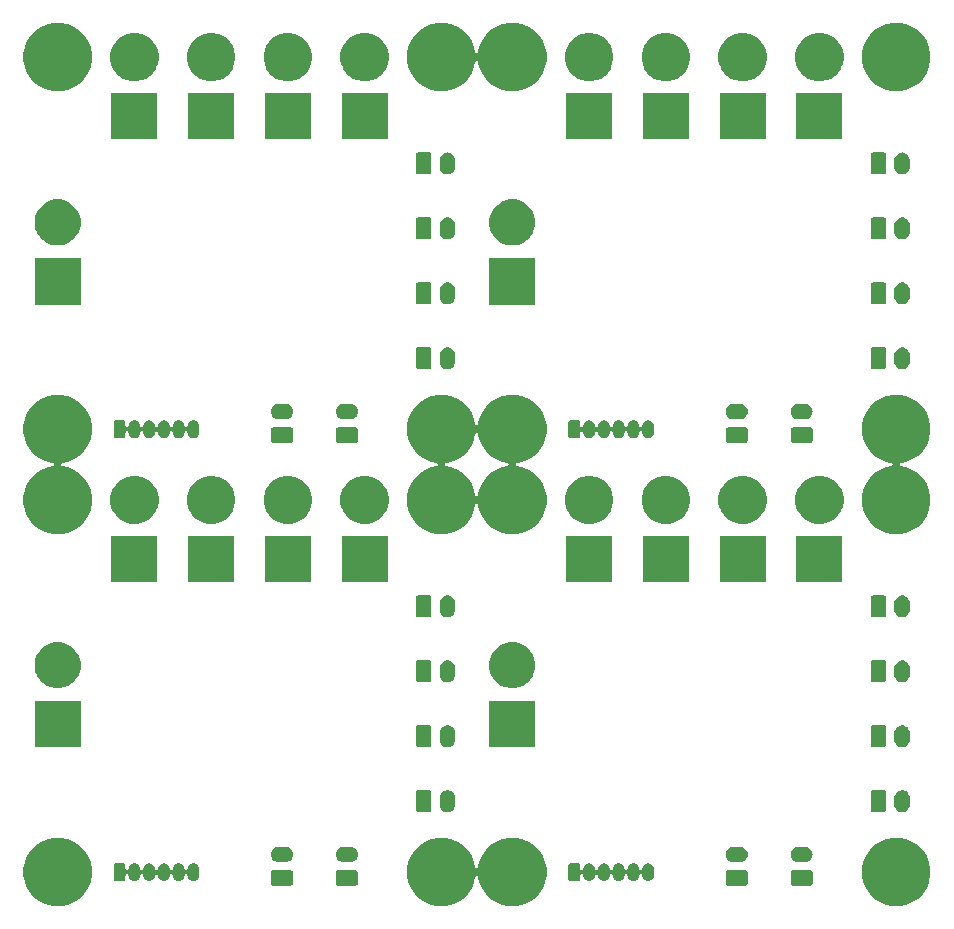
<source format=gbr>
G04 #@! TF.GenerationSoftware,KiCad,Pcbnew,(5.1.2)-1*
G04 #@! TF.CreationDate,2020-06-07T00:30:59+09:00*
G04 #@! TF.ProjectId,universal_power_board,756e6976-6572-4736-916c-5f706f776572,rev?*
G04 #@! TF.SameCoordinates,Original*
G04 #@! TF.FileFunction,Soldermask,Bot*
G04 #@! TF.FilePolarity,Negative*
%FSLAX46Y46*%
G04 Gerber Fmt 4.6, Leading zero omitted, Abs format (unit mm)*
G04 Created by KiCad (PCBNEW (5.1.2)-1) date 2020-06-07 00:30:59*
%MOMM*%
%LPD*%
G04 APERTURE LIST*
%ADD10C,0.100000*%
G04 APERTURE END LIST*
D10*
G36*
X148346189Y-143210483D02*
G01*
X148346192Y-143210484D01*
X148346191Y-143210484D01*
X148874139Y-143429167D01*
X149349280Y-143746646D01*
X149753354Y-144150720D01*
X149901465Y-144372384D01*
X150070834Y-144625863D01*
X150289517Y-145153811D01*
X150377403Y-145595645D01*
X150384516Y-145619094D01*
X150396067Y-145640705D01*
X150411612Y-145659647D01*
X150430554Y-145675192D01*
X150452165Y-145686743D01*
X150475614Y-145693856D01*
X150500000Y-145696258D01*
X150524386Y-145693856D01*
X150547835Y-145686743D01*
X150569446Y-145675192D01*
X150588388Y-145659647D01*
X150603933Y-145640705D01*
X150615484Y-145619094D01*
X150622597Y-145595645D01*
X150710483Y-145153811D01*
X150929166Y-144625863D01*
X151098535Y-144372384D01*
X151246646Y-144150720D01*
X151650720Y-143746646D01*
X152125861Y-143429167D01*
X152653809Y-143210484D01*
X152653808Y-143210484D01*
X152653811Y-143210483D01*
X153214275Y-143099000D01*
X153785725Y-143099000D01*
X154346189Y-143210483D01*
X154346192Y-143210484D01*
X154346191Y-143210484D01*
X154874139Y-143429167D01*
X155349280Y-143746646D01*
X155753354Y-144150720D01*
X155901465Y-144372384D01*
X156070834Y-144625863D01*
X156289517Y-145153811D01*
X156401000Y-145714275D01*
X156401000Y-146285725D01*
X156289517Y-146846189D01*
X156165419Y-147145788D01*
X156070833Y-147374139D01*
X155753354Y-147849280D01*
X155349280Y-148253354D01*
X154874139Y-148570833D01*
X154874138Y-148570834D01*
X154874137Y-148570834D01*
X154346189Y-148789517D01*
X153785725Y-148901000D01*
X153214275Y-148901000D01*
X152653811Y-148789517D01*
X152125863Y-148570834D01*
X152125862Y-148570834D01*
X152125861Y-148570833D01*
X151650720Y-148253354D01*
X151246646Y-147849280D01*
X150929167Y-147374139D01*
X150834581Y-147145788D01*
X150710483Y-146846189D01*
X150622597Y-146404355D01*
X150615484Y-146380906D01*
X150603933Y-146359295D01*
X150588388Y-146340353D01*
X150569446Y-146324808D01*
X150547835Y-146313257D01*
X150524386Y-146306144D01*
X150500000Y-146303742D01*
X150475614Y-146306144D01*
X150452165Y-146313257D01*
X150430554Y-146324808D01*
X150411612Y-146340353D01*
X150396067Y-146359295D01*
X150384516Y-146380906D01*
X150377403Y-146404355D01*
X150289517Y-146846189D01*
X150165419Y-147145788D01*
X150070833Y-147374139D01*
X149753354Y-147849280D01*
X149349280Y-148253354D01*
X148874139Y-148570833D01*
X148874138Y-148570834D01*
X148874137Y-148570834D01*
X148346189Y-148789517D01*
X147785725Y-148901000D01*
X147214275Y-148901000D01*
X146653811Y-148789517D01*
X146125863Y-148570834D01*
X146125862Y-148570834D01*
X146125861Y-148570833D01*
X145650720Y-148253354D01*
X145246646Y-147849280D01*
X144929167Y-147374139D01*
X144834581Y-147145788D01*
X144710483Y-146846189D01*
X144599000Y-146285725D01*
X144599000Y-145714275D01*
X144710483Y-145153811D01*
X144929166Y-144625863D01*
X145098535Y-144372384D01*
X145246646Y-144150720D01*
X145650720Y-143746646D01*
X146125861Y-143429167D01*
X146653809Y-143210484D01*
X146653808Y-143210484D01*
X146653811Y-143210483D01*
X147214275Y-143099000D01*
X147785725Y-143099000D01*
X148346189Y-143210483D01*
X148346189Y-143210483D01*
G37*
G36*
X115846189Y-143210483D02*
G01*
X115846192Y-143210484D01*
X115846191Y-143210484D01*
X116374139Y-143429167D01*
X116849280Y-143746646D01*
X117253354Y-144150720D01*
X117401465Y-144372384D01*
X117570834Y-144625863D01*
X117789517Y-145153811D01*
X117901000Y-145714275D01*
X117901000Y-146285725D01*
X117789517Y-146846189D01*
X117665419Y-147145788D01*
X117570833Y-147374139D01*
X117253354Y-147849280D01*
X116849280Y-148253354D01*
X116374139Y-148570833D01*
X116374138Y-148570834D01*
X116374137Y-148570834D01*
X115846189Y-148789517D01*
X115285725Y-148901000D01*
X114714275Y-148901000D01*
X114153811Y-148789517D01*
X113625863Y-148570834D01*
X113625862Y-148570834D01*
X113625861Y-148570833D01*
X113150720Y-148253354D01*
X112746646Y-147849280D01*
X112429167Y-147374139D01*
X112334581Y-147145788D01*
X112210483Y-146846189D01*
X112099000Y-146285725D01*
X112099000Y-145714275D01*
X112210483Y-145153811D01*
X112429166Y-144625863D01*
X112598535Y-144372384D01*
X112746646Y-144150720D01*
X113150720Y-143746646D01*
X113625861Y-143429167D01*
X114153809Y-143210484D01*
X114153808Y-143210484D01*
X114153811Y-143210483D01*
X114714275Y-143099000D01*
X115285725Y-143099000D01*
X115846189Y-143210483D01*
X115846189Y-143210483D01*
G37*
G36*
X186846189Y-143210483D02*
G01*
X186846192Y-143210484D01*
X186846191Y-143210484D01*
X187374139Y-143429167D01*
X187849280Y-143746646D01*
X188253354Y-144150720D01*
X188401465Y-144372384D01*
X188570834Y-144625863D01*
X188789517Y-145153811D01*
X188901000Y-145714275D01*
X188901000Y-146285725D01*
X188789517Y-146846189D01*
X188665419Y-147145788D01*
X188570833Y-147374139D01*
X188253354Y-147849280D01*
X187849280Y-148253354D01*
X187374139Y-148570833D01*
X187374138Y-148570834D01*
X187374137Y-148570834D01*
X186846189Y-148789517D01*
X186285725Y-148901000D01*
X185714275Y-148901000D01*
X185153811Y-148789517D01*
X184625863Y-148570834D01*
X184625862Y-148570834D01*
X184625861Y-148570833D01*
X184150720Y-148253354D01*
X183746646Y-147849280D01*
X183429167Y-147374139D01*
X183334581Y-147145788D01*
X183210483Y-146846189D01*
X183099000Y-146285725D01*
X183099000Y-145714275D01*
X183210483Y-145153811D01*
X183429166Y-144625863D01*
X183598535Y-144372384D01*
X183746646Y-144150720D01*
X184150720Y-143746646D01*
X184625861Y-143429167D01*
X185153809Y-143210484D01*
X185153808Y-143210484D01*
X185153811Y-143210483D01*
X185714275Y-143099000D01*
X186285725Y-143099000D01*
X186846189Y-143210483D01*
X186846189Y-143210483D01*
G37*
G36*
X178766242Y-145853404D02*
G01*
X178803337Y-145864657D01*
X178837515Y-145882925D01*
X178867481Y-145907519D01*
X178892075Y-145937485D01*
X178910343Y-145971663D01*
X178921596Y-146008758D01*
X178926000Y-146053474D01*
X178926000Y-146946526D01*
X178921596Y-146991242D01*
X178910343Y-147028337D01*
X178892075Y-147062515D01*
X178867481Y-147092481D01*
X178837515Y-147117075D01*
X178803337Y-147135343D01*
X178766242Y-147146596D01*
X178721526Y-147151000D01*
X177278474Y-147151000D01*
X177233758Y-147146596D01*
X177196663Y-147135343D01*
X177162485Y-147117075D01*
X177132519Y-147092481D01*
X177107925Y-147062515D01*
X177089657Y-147028337D01*
X177078404Y-146991242D01*
X177074000Y-146946526D01*
X177074000Y-146053474D01*
X177078404Y-146008758D01*
X177089657Y-145971663D01*
X177107925Y-145937485D01*
X177132519Y-145907519D01*
X177162485Y-145882925D01*
X177196663Y-145864657D01*
X177233758Y-145853404D01*
X177278474Y-145849000D01*
X178721526Y-145849000D01*
X178766242Y-145853404D01*
X178766242Y-145853404D01*
G37*
G36*
X140266242Y-145853404D02*
G01*
X140303337Y-145864657D01*
X140337515Y-145882925D01*
X140367481Y-145907519D01*
X140392075Y-145937485D01*
X140410343Y-145971663D01*
X140421596Y-146008758D01*
X140426000Y-146053474D01*
X140426000Y-146946526D01*
X140421596Y-146991242D01*
X140410343Y-147028337D01*
X140392075Y-147062515D01*
X140367481Y-147092481D01*
X140337515Y-147117075D01*
X140303337Y-147135343D01*
X140266242Y-147146596D01*
X140221526Y-147151000D01*
X138778474Y-147151000D01*
X138733758Y-147146596D01*
X138696663Y-147135343D01*
X138662485Y-147117075D01*
X138632519Y-147092481D01*
X138607925Y-147062515D01*
X138589657Y-147028337D01*
X138578404Y-146991242D01*
X138574000Y-146946526D01*
X138574000Y-146053474D01*
X138578404Y-146008758D01*
X138589657Y-145971663D01*
X138607925Y-145937485D01*
X138632519Y-145907519D01*
X138662485Y-145882925D01*
X138696663Y-145864657D01*
X138733758Y-145853404D01*
X138778474Y-145849000D01*
X140221526Y-145849000D01*
X140266242Y-145853404D01*
X140266242Y-145853404D01*
G37*
G36*
X173266242Y-145853404D02*
G01*
X173303337Y-145864657D01*
X173337515Y-145882925D01*
X173367481Y-145907519D01*
X173392075Y-145937485D01*
X173410343Y-145971663D01*
X173421596Y-146008758D01*
X173426000Y-146053474D01*
X173426000Y-146946526D01*
X173421596Y-146991242D01*
X173410343Y-147028337D01*
X173392075Y-147062515D01*
X173367481Y-147092481D01*
X173337515Y-147117075D01*
X173303337Y-147135343D01*
X173266242Y-147146596D01*
X173221526Y-147151000D01*
X171778474Y-147151000D01*
X171733758Y-147146596D01*
X171696663Y-147135343D01*
X171662485Y-147117075D01*
X171632519Y-147092481D01*
X171607925Y-147062515D01*
X171589657Y-147028337D01*
X171578404Y-146991242D01*
X171574000Y-146946526D01*
X171574000Y-146053474D01*
X171578404Y-146008758D01*
X171589657Y-145971663D01*
X171607925Y-145937485D01*
X171632519Y-145907519D01*
X171662485Y-145882925D01*
X171696663Y-145864657D01*
X171733758Y-145853404D01*
X171778474Y-145849000D01*
X173221526Y-145849000D01*
X173266242Y-145853404D01*
X173266242Y-145853404D01*
G37*
G36*
X134766242Y-145853404D02*
G01*
X134803337Y-145864657D01*
X134837515Y-145882925D01*
X134867481Y-145907519D01*
X134892075Y-145937485D01*
X134910343Y-145971663D01*
X134921596Y-146008758D01*
X134926000Y-146053474D01*
X134926000Y-146946526D01*
X134921596Y-146991242D01*
X134910343Y-147028337D01*
X134892075Y-147062515D01*
X134867481Y-147092481D01*
X134837515Y-147117075D01*
X134803337Y-147135343D01*
X134766242Y-147146596D01*
X134721526Y-147151000D01*
X133278474Y-147151000D01*
X133233758Y-147146596D01*
X133196663Y-147135343D01*
X133162485Y-147117075D01*
X133132519Y-147092481D01*
X133107925Y-147062515D01*
X133089657Y-147028337D01*
X133078404Y-146991242D01*
X133074000Y-146946526D01*
X133074000Y-146053474D01*
X133078404Y-146008758D01*
X133089657Y-145971663D01*
X133107925Y-145937485D01*
X133132519Y-145907519D01*
X133162485Y-145882925D01*
X133196663Y-145864657D01*
X133233758Y-145853404D01*
X133278474Y-145849000D01*
X134721526Y-145849000D01*
X134766242Y-145853404D01*
X134766242Y-145853404D01*
G37*
G36*
X165098212Y-145256249D02*
G01*
X165192651Y-145284897D01*
X165279687Y-145331418D01*
X165355975Y-145394025D01*
X165418582Y-145470313D01*
X165465103Y-145557348D01*
X165493751Y-145651787D01*
X165501000Y-145725388D01*
X165501000Y-146274612D01*
X165493751Y-146348213D01*
X165465103Y-146442652D01*
X165418582Y-146529687D01*
X165355975Y-146605975D01*
X165279687Y-146668582D01*
X165192652Y-146715103D01*
X165098213Y-146743751D01*
X165000000Y-146753424D01*
X164901788Y-146743751D01*
X164807349Y-146715103D01*
X164720314Y-146668582D01*
X164644026Y-146605975D01*
X164581419Y-146529687D01*
X164534898Y-146442652D01*
X164506250Y-146348213D01*
X164499397Y-146278633D01*
X164494616Y-146254600D01*
X164485239Y-146231961D01*
X164471625Y-146211587D01*
X164454298Y-146194260D01*
X164433924Y-146180646D01*
X164411285Y-146171269D01*
X164387252Y-146166489D01*
X164362747Y-146166489D01*
X164338714Y-146171270D01*
X164316075Y-146180647D01*
X164295701Y-146194261D01*
X164278374Y-146211588D01*
X164264760Y-146231962D01*
X164255383Y-146254601D01*
X164250605Y-146278623D01*
X164243751Y-146348213D01*
X164215103Y-146442652D01*
X164168582Y-146529687D01*
X164105975Y-146605975D01*
X164029687Y-146668582D01*
X163942652Y-146715103D01*
X163848213Y-146743751D01*
X163750000Y-146753424D01*
X163651788Y-146743751D01*
X163557349Y-146715103D01*
X163470314Y-146668582D01*
X163394026Y-146605975D01*
X163331419Y-146529687D01*
X163284898Y-146442652D01*
X163256250Y-146348213D01*
X163249397Y-146278633D01*
X163244616Y-146254600D01*
X163235239Y-146231961D01*
X163221625Y-146211587D01*
X163204298Y-146194260D01*
X163183924Y-146180646D01*
X163161285Y-146171269D01*
X163137252Y-146166489D01*
X163112747Y-146166489D01*
X163088714Y-146171270D01*
X163066075Y-146180647D01*
X163045701Y-146194261D01*
X163028374Y-146211588D01*
X163014760Y-146231962D01*
X163005383Y-146254601D01*
X163000605Y-146278623D01*
X162993751Y-146348213D01*
X162965103Y-146442652D01*
X162918582Y-146529687D01*
X162855975Y-146605975D01*
X162779687Y-146668582D01*
X162692652Y-146715103D01*
X162598213Y-146743751D01*
X162500000Y-146753424D01*
X162401788Y-146743751D01*
X162307349Y-146715103D01*
X162220314Y-146668582D01*
X162144026Y-146605975D01*
X162081419Y-146529687D01*
X162034898Y-146442652D01*
X162006250Y-146348213D01*
X161999397Y-146278633D01*
X161994616Y-146254600D01*
X161985239Y-146231961D01*
X161971625Y-146211587D01*
X161954298Y-146194260D01*
X161933924Y-146180646D01*
X161911285Y-146171269D01*
X161887252Y-146166489D01*
X161862747Y-146166489D01*
X161838714Y-146171270D01*
X161816075Y-146180647D01*
X161795701Y-146194261D01*
X161778374Y-146211588D01*
X161764760Y-146231962D01*
X161755383Y-146254601D01*
X161750605Y-146278623D01*
X161743751Y-146348213D01*
X161715103Y-146442652D01*
X161668582Y-146529687D01*
X161605975Y-146605975D01*
X161529687Y-146668582D01*
X161442652Y-146715103D01*
X161348213Y-146743751D01*
X161250000Y-146753424D01*
X161151788Y-146743751D01*
X161057349Y-146715103D01*
X160970314Y-146668582D01*
X160894026Y-146605975D01*
X160831419Y-146529687D01*
X160784898Y-146442652D01*
X160756250Y-146348213D01*
X160749397Y-146278633D01*
X160744616Y-146254600D01*
X160735239Y-146231961D01*
X160721625Y-146211587D01*
X160704298Y-146194260D01*
X160683924Y-146180646D01*
X160661285Y-146171269D01*
X160637252Y-146166489D01*
X160612747Y-146166489D01*
X160588714Y-146171270D01*
X160566075Y-146180647D01*
X160545701Y-146194261D01*
X160528374Y-146211588D01*
X160514760Y-146231962D01*
X160505383Y-146254601D01*
X160500605Y-146278623D01*
X160493751Y-146348213D01*
X160465103Y-146442652D01*
X160418582Y-146529687D01*
X160355975Y-146605975D01*
X160279687Y-146668582D01*
X160192652Y-146715103D01*
X160098213Y-146743751D01*
X160000000Y-146753424D01*
X159901788Y-146743751D01*
X159807349Y-146715103D01*
X159720314Y-146668582D01*
X159644026Y-146605975D01*
X159581419Y-146529687D01*
X159534898Y-146442652D01*
X159506250Y-146348213D01*
X159500396Y-146288776D01*
X159495615Y-146264742D01*
X159486238Y-146242103D01*
X159472624Y-146221729D01*
X159455297Y-146204402D01*
X159434923Y-146190789D01*
X159412284Y-146181411D01*
X159388251Y-146176631D01*
X159363747Y-146176631D01*
X159339713Y-146181412D01*
X159317074Y-146190789D01*
X159296700Y-146204403D01*
X159279373Y-146221730D01*
X159265760Y-146242104D01*
X159256382Y-146264743D01*
X159251000Y-146301028D01*
X159251000Y-146556860D01*
X159246795Y-146599560D01*
X159236131Y-146634713D01*
X159218814Y-146667110D01*
X159195509Y-146695509D01*
X159167110Y-146718814D01*
X159134713Y-146736131D01*
X159099560Y-146746795D01*
X159056860Y-146751000D01*
X158443140Y-146751000D01*
X158400440Y-146746795D01*
X158365287Y-146736131D01*
X158332890Y-146718814D01*
X158304491Y-146695509D01*
X158281186Y-146667110D01*
X158263869Y-146634713D01*
X158253205Y-146599560D01*
X158249000Y-146556860D01*
X158249000Y-145443140D01*
X158253205Y-145400440D01*
X158263869Y-145365287D01*
X158281186Y-145332890D01*
X158304491Y-145304491D01*
X158332890Y-145281186D01*
X158365287Y-145263869D01*
X158400440Y-145253205D01*
X158443140Y-145249000D01*
X159056860Y-145249000D01*
X159099560Y-145253205D01*
X159134713Y-145263869D01*
X159167110Y-145281186D01*
X159195509Y-145304491D01*
X159218814Y-145332890D01*
X159236131Y-145365287D01*
X159246795Y-145400440D01*
X159251000Y-145443140D01*
X159251000Y-145698973D01*
X159253402Y-145723359D01*
X159260515Y-145746808D01*
X159272066Y-145768419D01*
X159287611Y-145787361D01*
X159306553Y-145802906D01*
X159328164Y-145814457D01*
X159351613Y-145821570D01*
X159375999Y-145823972D01*
X159400385Y-145821570D01*
X159423834Y-145814457D01*
X159445445Y-145802906D01*
X159464387Y-145787361D01*
X159479932Y-145768419D01*
X159491483Y-145746808D01*
X159500394Y-145711231D01*
X159506249Y-145651788D01*
X159534897Y-145557349D01*
X159581418Y-145470313D01*
X159644025Y-145394025D01*
X159720313Y-145331418D01*
X159807348Y-145284897D01*
X159901787Y-145256249D01*
X160000000Y-145246576D01*
X160098212Y-145256249D01*
X160192651Y-145284897D01*
X160279687Y-145331418D01*
X160355975Y-145394025D01*
X160418582Y-145470313D01*
X160465103Y-145557348D01*
X160493751Y-145651787D01*
X160500605Y-145721377D01*
X160505384Y-145745401D01*
X160514761Y-145768039D01*
X160528375Y-145788414D01*
X160545702Y-145805741D01*
X160566076Y-145819354D01*
X160588715Y-145828732D01*
X160612748Y-145833512D01*
X160637252Y-145833512D01*
X160661286Y-145828731D01*
X160683924Y-145819354D01*
X160704299Y-145805740D01*
X160721626Y-145788413D01*
X160735239Y-145768039D01*
X160744617Y-145745400D01*
X160749395Y-145721378D01*
X160756249Y-145651788D01*
X160784897Y-145557349D01*
X160831418Y-145470313D01*
X160894025Y-145394025D01*
X160970313Y-145331418D01*
X161057348Y-145284897D01*
X161151787Y-145256249D01*
X161250000Y-145246576D01*
X161348212Y-145256249D01*
X161442651Y-145284897D01*
X161529687Y-145331418D01*
X161605975Y-145394025D01*
X161668582Y-145470313D01*
X161715103Y-145557348D01*
X161743751Y-145651787D01*
X161750605Y-145721377D01*
X161755384Y-145745401D01*
X161764761Y-145768039D01*
X161778375Y-145788414D01*
X161795702Y-145805741D01*
X161816076Y-145819354D01*
X161838715Y-145828732D01*
X161862748Y-145833512D01*
X161887252Y-145833512D01*
X161911286Y-145828731D01*
X161933924Y-145819354D01*
X161954299Y-145805740D01*
X161971626Y-145788413D01*
X161985239Y-145768039D01*
X161994617Y-145745400D01*
X161999395Y-145721378D01*
X162006249Y-145651788D01*
X162034897Y-145557349D01*
X162081418Y-145470313D01*
X162144025Y-145394025D01*
X162220313Y-145331418D01*
X162307348Y-145284897D01*
X162401787Y-145256249D01*
X162500000Y-145246576D01*
X162598212Y-145256249D01*
X162692651Y-145284897D01*
X162779687Y-145331418D01*
X162855975Y-145394025D01*
X162918582Y-145470313D01*
X162965103Y-145557348D01*
X162993751Y-145651787D01*
X163000605Y-145721377D01*
X163005384Y-145745401D01*
X163014761Y-145768039D01*
X163028375Y-145788414D01*
X163045702Y-145805741D01*
X163066076Y-145819354D01*
X163088715Y-145828732D01*
X163112748Y-145833512D01*
X163137252Y-145833512D01*
X163161286Y-145828731D01*
X163183924Y-145819354D01*
X163204299Y-145805740D01*
X163221626Y-145788413D01*
X163235239Y-145768039D01*
X163244617Y-145745400D01*
X163249395Y-145721378D01*
X163256249Y-145651788D01*
X163284897Y-145557349D01*
X163331418Y-145470313D01*
X163394025Y-145394025D01*
X163470313Y-145331418D01*
X163557348Y-145284897D01*
X163651787Y-145256249D01*
X163750000Y-145246576D01*
X163848212Y-145256249D01*
X163942651Y-145284897D01*
X164029687Y-145331418D01*
X164105975Y-145394025D01*
X164168582Y-145470313D01*
X164215103Y-145557348D01*
X164243751Y-145651787D01*
X164250605Y-145721377D01*
X164255384Y-145745401D01*
X164264761Y-145768039D01*
X164278375Y-145788414D01*
X164295702Y-145805741D01*
X164316076Y-145819354D01*
X164338715Y-145828732D01*
X164362748Y-145833512D01*
X164387252Y-145833512D01*
X164411286Y-145828731D01*
X164433924Y-145819354D01*
X164454299Y-145805740D01*
X164471626Y-145788413D01*
X164485239Y-145768039D01*
X164494617Y-145745400D01*
X164499395Y-145721378D01*
X164506249Y-145651788D01*
X164534897Y-145557349D01*
X164581418Y-145470313D01*
X164644025Y-145394025D01*
X164720313Y-145331418D01*
X164807348Y-145284897D01*
X164901787Y-145256249D01*
X165000000Y-145246576D01*
X165098212Y-145256249D01*
X165098212Y-145256249D01*
G37*
G36*
X126598212Y-145256249D02*
G01*
X126692651Y-145284897D01*
X126779687Y-145331418D01*
X126855975Y-145394025D01*
X126918582Y-145470313D01*
X126965103Y-145557348D01*
X126993751Y-145651787D01*
X127001000Y-145725388D01*
X127001000Y-146274612D01*
X126993751Y-146348213D01*
X126965103Y-146442652D01*
X126918582Y-146529687D01*
X126855975Y-146605975D01*
X126779687Y-146668582D01*
X126692652Y-146715103D01*
X126598213Y-146743751D01*
X126500000Y-146753424D01*
X126401788Y-146743751D01*
X126307349Y-146715103D01*
X126220314Y-146668582D01*
X126144026Y-146605975D01*
X126081419Y-146529687D01*
X126034898Y-146442652D01*
X126006250Y-146348213D01*
X125999397Y-146278633D01*
X125994616Y-146254600D01*
X125985239Y-146231961D01*
X125971625Y-146211587D01*
X125954298Y-146194260D01*
X125933924Y-146180646D01*
X125911285Y-146171269D01*
X125887252Y-146166489D01*
X125862747Y-146166489D01*
X125838714Y-146171270D01*
X125816075Y-146180647D01*
X125795701Y-146194261D01*
X125778374Y-146211588D01*
X125764760Y-146231962D01*
X125755383Y-146254601D01*
X125750605Y-146278623D01*
X125743751Y-146348213D01*
X125715103Y-146442652D01*
X125668582Y-146529687D01*
X125605975Y-146605975D01*
X125529687Y-146668582D01*
X125442652Y-146715103D01*
X125348213Y-146743751D01*
X125250000Y-146753424D01*
X125151788Y-146743751D01*
X125057349Y-146715103D01*
X124970314Y-146668582D01*
X124894026Y-146605975D01*
X124831419Y-146529687D01*
X124784898Y-146442652D01*
X124756250Y-146348213D01*
X124749397Y-146278633D01*
X124744616Y-146254600D01*
X124735239Y-146231961D01*
X124721625Y-146211587D01*
X124704298Y-146194260D01*
X124683924Y-146180646D01*
X124661285Y-146171269D01*
X124637252Y-146166489D01*
X124612747Y-146166489D01*
X124588714Y-146171270D01*
X124566075Y-146180647D01*
X124545701Y-146194261D01*
X124528374Y-146211588D01*
X124514760Y-146231962D01*
X124505383Y-146254601D01*
X124500605Y-146278623D01*
X124493751Y-146348213D01*
X124465103Y-146442652D01*
X124418582Y-146529687D01*
X124355975Y-146605975D01*
X124279687Y-146668582D01*
X124192652Y-146715103D01*
X124098213Y-146743751D01*
X124000000Y-146753424D01*
X123901788Y-146743751D01*
X123807349Y-146715103D01*
X123720314Y-146668582D01*
X123644026Y-146605975D01*
X123581419Y-146529687D01*
X123534898Y-146442652D01*
X123506250Y-146348213D01*
X123499397Y-146278633D01*
X123494616Y-146254600D01*
X123485239Y-146231961D01*
X123471625Y-146211587D01*
X123454298Y-146194260D01*
X123433924Y-146180646D01*
X123411285Y-146171269D01*
X123387252Y-146166489D01*
X123362747Y-146166489D01*
X123338714Y-146171270D01*
X123316075Y-146180647D01*
X123295701Y-146194261D01*
X123278374Y-146211588D01*
X123264760Y-146231962D01*
X123255383Y-146254601D01*
X123250605Y-146278623D01*
X123243751Y-146348213D01*
X123215103Y-146442652D01*
X123168582Y-146529687D01*
X123105975Y-146605975D01*
X123029687Y-146668582D01*
X122942652Y-146715103D01*
X122848213Y-146743751D01*
X122750000Y-146753424D01*
X122651788Y-146743751D01*
X122557349Y-146715103D01*
X122470314Y-146668582D01*
X122394026Y-146605975D01*
X122331419Y-146529687D01*
X122284898Y-146442652D01*
X122256250Y-146348213D01*
X122249397Y-146278633D01*
X122244616Y-146254600D01*
X122235239Y-146231961D01*
X122221625Y-146211587D01*
X122204298Y-146194260D01*
X122183924Y-146180646D01*
X122161285Y-146171269D01*
X122137252Y-146166489D01*
X122112747Y-146166489D01*
X122088714Y-146171270D01*
X122066075Y-146180647D01*
X122045701Y-146194261D01*
X122028374Y-146211588D01*
X122014760Y-146231962D01*
X122005383Y-146254601D01*
X122000605Y-146278623D01*
X121993751Y-146348213D01*
X121965103Y-146442652D01*
X121918582Y-146529687D01*
X121855975Y-146605975D01*
X121779687Y-146668582D01*
X121692652Y-146715103D01*
X121598213Y-146743751D01*
X121500000Y-146753424D01*
X121401788Y-146743751D01*
X121307349Y-146715103D01*
X121220314Y-146668582D01*
X121144026Y-146605975D01*
X121081419Y-146529687D01*
X121034898Y-146442652D01*
X121006250Y-146348213D01*
X121000396Y-146288776D01*
X120995615Y-146264742D01*
X120986238Y-146242103D01*
X120972624Y-146221729D01*
X120955297Y-146204402D01*
X120934923Y-146190789D01*
X120912284Y-146181411D01*
X120888251Y-146176631D01*
X120863747Y-146176631D01*
X120839713Y-146181412D01*
X120817074Y-146190789D01*
X120796700Y-146204403D01*
X120779373Y-146221730D01*
X120765760Y-146242104D01*
X120756382Y-146264743D01*
X120751000Y-146301028D01*
X120751000Y-146556860D01*
X120746795Y-146599560D01*
X120736131Y-146634713D01*
X120718814Y-146667110D01*
X120695509Y-146695509D01*
X120667110Y-146718814D01*
X120634713Y-146736131D01*
X120599560Y-146746795D01*
X120556860Y-146751000D01*
X119943140Y-146751000D01*
X119900440Y-146746795D01*
X119865287Y-146736131D01*
X119832890Y-146718814D01*
X119804491Y-146695509D01*
X119781186Y-146667110D01*
X119763869Y-146634713D01*
X119753205Y-146599560D01*
X119749000Y-146556860D01*
X119749000Y-145443140D01*
X119753205Y-145400440D01*
X119763869Y-145365287D01*
X119781186Y-145332890D01*
X119804491Y-145304491D01*
X119832890Y-145281186D01*
X119865287Y-145263869D01*
X119900440Y-145253205D01*
X119943140Y-145249000D01*
X120556860Y-145249000D01*
X120599560Y-145253205D01*
X120634713Y-145263869D01*
X120667110Y-145281186D01*
X120695509Y-145304491D01*
X120718814Y-145332890D01*
X120736131Y-145365287D01*
X120746795Y-145400440D01*
X120751000Y-145443140D01*
X120751000Y-145698973D01*
X120753402Y-145723359D01*
X120760515Y-145746808D01*
X120772066Y-145768419D01*
X120787611Y-145787361D01*
X120806553Y-145802906D01*
X120828164Y-145814457D01*
X120851613Y-145821570D01*
X120875999Y-145823972D01*
X120900385Y-145821570D01*
X120923834Y-145814457D01*
X120945445Y-145802906D01*
X120964387Y-145787361D01*
X120979932Y-145768419D01*
X120991483Y-145746808D01*
X121000394Y-145711231D01*
X121006249Y-145651788D01*
X121034897Y-145557349D01*
X121081418Y-145470313D01*
X121144025Y-145394025D01*
X121220313Y-145331418D01*
X121307348Y-145284897D01*
X121401787Y-145256249D01*
X121500000Y-145246576D01*
X121598212Y-145256249D01*
X121692651Y-145284897D01*
X121779687Y-145331418D01*
X121855975Y-145394025D01*
X121918582Y-145470313D01*
X121965103Y-145557348D01*
X121993751Y-145651787D01*
X122000605Y-145721377D01*
X122005384Y-145745401D01*
X122014761Y-145768039D01*
X122028375Y-145788414D01*
X122045702Y-145805741D01*
X122066076Y-145819354D01*
X122088715Y-145828732D01*
X122112748Y-145833512D01*
X122137252Y-145833512D01*
X122161286Y-145828731D01*
X122183924Y-145819354D01*
X122204299Y-145805740D01*
X122221626Y-145788413D01*
X122235239Y-145768039D01*
X122244617Y-145745400D01*
X122249395Y-145721378D01*
X122256249Y-145651788D01*
X122284897Y-145557349D01*
X122331418Y-145470313D01*
X122394025Y-145394025D01*
X122470313Y-145331418D01*
X122557348Y-145284897D01*
X122651787Y-145256249D01*
X122750000Y-145246576D01*
X122848212Y-145256249D01*
X122942651Y-145284897D01*
X123029687Y-145331418D01*
X123105975Y-145394025D01*
X123168582Y-145470313D01*
X123215103Y-145557348D01*
X123243751Y-145651787D01*
X123250605Y-145721377D01*
X123255384Y-145745401D01*
X123264761Y-145768039D01*
X123278375Y-145788414D01*
X123295702Y-145805741D01*
X123316076Y-145819354D01*
X123338715Y-145828732D01*
X123362748Y-145833512D01*
X123387252Y-145833512D01*
X123411286Y-145828731D01*
X123433924Y-145819354D01*
X123454299Y-145805740D01*
X123471626Y-145788413D01*
X123485239Y-145768039D01*
X123494617Y-145745400D01*
X123499395Y-145721378D01*
X123506249Y-145651788D01*
X123534897Y-145557349D01*
X123581418Y-145470313D01*
X123644025Y-145394025D01*
X123720313Y-145331418D01*
X123807348Y-145284897D01*
X123901787Y-145256249D01*
X124000000Y-145246576D01*
X124098212Y-145256249D01*
X124192651Y-145284897D01*
X124279687Y-145331418D01*
X124355975Y-145394025D01*
X124418582Y-145470313D01*
X124465103Y-145557348D01*
X124493751Y-145651787D01*
X124500605Y-145721377D01*
X124505384Y-145745401D01*
X124514761Y-145768039D01*
X124528375Y-145788414D01*
X124545702Y-145805741D01*
X124566076Y-145819354D01*
X124588715Y-145828732D01*
X124612748Y-145833512D01*
X124637252Y-145833512D01*
X124661286Y-145828731D01*
X124683924Y-145819354D01*
X124704299Y-145805740D01*
X124721626Y-145788413D01*
X124735239Y-145768039D01*
X124744617Y-145745400D01*
X124749395Y-145721378D01*
X124756249Y-145651788D01*
X124784897Y-145557349D01*
X124831418Y-145470313D01*
X124894025Y-145394025D01*
X124970313Y-145331418D01*
X125057348Y-145284897D01*
X125151787Y-145256249D01*
X125250000Y-145246576D01*
X125348212Y-145256249D01*
X125442651Y-145284897D01*
X125529687Y-145331418D01*
X125605975Y-145394025D01*
X125668582Y-145470313D01*
X125715103Y-145557348D01*
X125743751Y-145651787D01*
X125750605Y-145721377D01*
X125755384Y-145745401D01*
X125764761Y-145768039D01*
X125778375Y-145788414D01*
X125795702Y-145805741D01*
X125816076Y-145819354D01*
X125838715Y-145828732D01*
X125862748Y-145833512D01*
X125887252Y-145833512D01*
X125911286Y-145828731D01*
X125933924Y-145819354D01*
X125954299Y-145805740D01*
X125971626Y-145788413D01*
X125985239Y-145768039D01*
X125994617Y-145745400D01*
X125999395Y-145721378D01*
X126006249Y-145651788D01*
X126034897Y-145557349D01*
X126081418Y-145470313D01*
X126144025Y-145394025D01*
X126220313Y-145331418D01*
X126307348Y-145284897D01*
X126401787Y-145256249D01*
X126500000Y-145246576D01*
X126598212Y-145256249D01*
X126598212Y-145256249D01*
G37*
G36*
X172838855Y-143852140D02*
G01*
X172902618Y-143858420D01*
X172993404Y-143885960D01*
X173025336Y-143895646D01*
X173138425Y-143956094D01*
X173237554Y-144037446D01*
X173318906Y-144136575D01*
X173379354Y-144249664D01*
X173379355Y-144249668D01*
X173416580Y-144372382D01*
X173429149Y-144500000D01*
X173416580Y-144627618D01*
X173389040Y-144718404D01*
X173379354Y-144750336D01*
X173318906Y-144863425D01*
X173237554Y-144962554D01*
X173138425Y-145043906D01*
X173025336Y-145104354D01*
X172993404Y-145114040D01*
X172902618Y-145141580D01*
X172838855Y-145147860D01*
X172806974Y-145151000D01*
X172193026Y-145151000D01*
X172161145Y-145147860D01*
X172097382Y-145141580D01*
X172006596Y-145114040D01*
X171974664Y-145104354D01*
X171861575Y-145043906D01*
X171762446Y-144962554D01*
X171681094Y-144863425D01*
X171620646Y-144750336D01*
X171610960Y-144718404D01*
X171583420Y-144627618D01*
X171570851Y-144500000D01*
X171583420Y-144372382D01*
X171620645Y-144249668D01*
X171620646Y-144249664D01*
X171681094Y-144136575D01*
X171762446Y-144037446D01*
X171861575Y-143956094D01*
X171974664Y-143895646D01*
X172006596Y-143885960D01*
X172097382Y-143858420D01*
X172161145Y-143852140D01*
X172193026Y-143849000D01*
X172806974Y-143849000D01*
X172838855Y-143852140D01*
X172838855Y-143852140D01*
G37*
G36*
X178338855Y-143852140D02*
G01*
X178402618Y-143858420D01*
X178493404Y-143885960D01*
X178525336Y-143895646D01*
X178638425Y-143956094D01*
X178737554Y-144037446D01*
X178818906Y-144136575D01*
X178879354Y-144249664D01*
X178879355Y-144249668D01*
X178916580Y-144372382D01*
X178929149Y-144500000D01*
X178916580Y-144627618D01*
X178889040Y-144718404D01*
X178879354Y-144750336D01*
X178818906Y-144863425D01*
X178737554Y-144962554D01*
X178638425Y-145043906D01*
X178525336Y-145104354D01*
X178493404Y-145114040D01*
X178402618Y-145141580D01*
X178338855Y-145147860D01*
X178306974Y-145151000D01*
X177693026Y-145151000D01*
X177661145Y-145147860D01*
X177597382Y-145141580D01*
X177506596Y-145114040D01*
X177474664Y-145104354D01*
X177361575Y-145043906D01*
X177262446Y-144962554D01*
X177181094Y-144863425D01*
X177120646Y-144750336D01*
X177110960Y-144718404D01*
X177083420Y-144627618D01*
X177070851Y-144500000D01*
X177083420Y-144372382D01*
X177120645Y-144249668D01*
X177120646Y-144249664D01*
X177181094Y-144136575D01*
X177262446Y-144037446D01*
X177361575Y-143956094D01*
X177474664Y-143895646D01*
X177506596Y-143885960D01*
X177597382Y-143858420D01*
X177661145Y-143852140D01*
X177693026Y-143849000D01*
X178306974Y-143849000D01*
X178338855Y-143852140D01*
X178338855Y-143852140D01*
G37*
G36*
X139838855Y-143852140D02*
G01*
X139902618Y-143858420D01*
X139993404Y-143885960D01*
X140025336Y-143895646D01*
X140138425Y-143956094D01*
X140237554Y-144037446D01*
X140318906Y-144136575D01*
X140379354Y-144249664D01*
X140379355Y-144249668D01*
X140416580Y-144372382D01*
X140429149Y-144500000D01*
X140416580Y-144627618D01*
X140389040Y-144718404D01*
X140379354Y-144750336D01*
X140318906Y-144863425D01*
X140237554Y-144962554D01*
X140138425Y-145043906D01*
X140025336Y-145104354D01*
X139993404Y-145114040D01*
X139902618Y-145141580D01*
X139838855Y-145147860D01*
X139806974Y-145151000D01*
X139193026Y-145151000D01*
X139161145Y-145147860D01*
X139097382Y-145141580D01*
X139006596Y-145114040D01*
X138974664Y-145104354D01*
X138861575Y-145043906D01*
X138762446Y-144962554D01*
X138681094Y-144863425D01*
X138620646Y-144750336D01*
X138610960Y-144718404D01*
X138583420Y-144627618D01*
X138570851Y-144500000D01*
X138583420Y-144372382D01*
X138620645Y-144249668D01*
X138620646Y-144249664D01*
X138681094Y-144136575D01*
X138762446Y-144037446D01*
X138861575Y-143956094D01*
X138974664Y-143895646D01*
X139006596Y-143885960D01*
X139097382Y-143858420D01*
X139161145Y-143852140D01*
X139193026Y-143849000D01*
X139806974Y-143849000D01*
X139838855Y-143852140D01*
X139838855Y-143852140D01*
G37*
G36*
X134338855Y-143852140D02*
G01*
X134402618Y-143858420D01*
X134493404Y-143885960D01*
X134525336Y-143895646D01*
X134638425Y-143956094D01*
X134737554Y-144037446D01*
X134818906Y-144136575D01*
X134879354Y-144249664D01*
X134879355Y-144249668D01*
X134916580Y-144372382D01*
X134929149Y-144500000D01*
X134916580Y-144627618D01*
X134889040Y-144718404D01*
X134879354Y-144750336D01*
X134818906Y-144863425D01*
X134737554Y-144962554D01*
X134638425Y-145043906D01*
X134525336Y-145104354D01*
X134493404Y-145114040D01*
X134402618Y-145141580D01*
X134338855Y-145147860D01*
X134306974Y-145151000D01*
X133693026Y-145151000D01*
X133661145Y-145147860D01*
X133597382Y-145141580D01*
X133506596Y-145114040D01*
X133474664Y-145104354D01*
X133361575Y-145043906D01*
X133262446Y-144962554D01*
X133181094Y-144863425D01*
X133120646Y-144750336D01*
X133110960Y-144718404D01*
X133083420Y-144627618D01*
X133070851Y-144500000D01*
X133083420Y-144372382D01*
X133120645Y-144249668D01*
X133120646Y-144249664D01*
X133181094Y-144136575D01*
X133262446Y-144037446D01*
X133361575Y-143956094D01*
X133474664Y-143895646D01*
X133506596Y-143885960D01*
X133597382Y-143858420D01*
X133661145Y-143852140D01*
X133693026Y-143849000D01*
X134306974Y-143849000D01*
X134338855Y-143852140D01*
X134338855Y-143852140D01*
G37*
G36*
X186627617Y-139083420D02*
G01*
X186708399Y-139107925D01*
X186750335Y-139120646D01*
X186863424Y-139181094D01*
X186962554Y-139262447D01*
X187043906Y-139361575D01*
X187104354Y-139474664D01*
X187114040Y-139506596D01*
X187141580Y-139597382D01*
X187151000Y-139693027D01*
X187151000Y-140306973D01*
X187141580Y-140402618D01*
X187114040Y-140493404D01*
X187104354Y-140525336D01*
X187043906Y-140638425D01*
X186962554Y-140737554D01*
X186863425Y-140818906D01*
X186750336Y-140879354D01*
X186718404Y-140889040D01*
X186627618Y-140916580D01*
X186500000Y-140929149D01*
X186372383Y-140916580D01*
X186281597Y-140889040D01*
X186249665Y-140879354D01*
X186136576Y-140818906D01*
X186037447Y-140737554D01*
X185956096Y-140638427D01*
X185956095Y-140638425D01*
X185895647Y-140525336D01*
X185895645Y-140525333D01*
X185883237Y-140484427D01*
X185858420Y-140402618D01*
X185849000Y-140306973D01*
X185849000Y-139693028D01*
X185858420Y-139597383D01*
X185895645Y-139474669D01*
X185895646Y-139474665D01*
X185956094Y-139361576D01*
X186037447Y-139262446D01*
X186136575Y-139181094D01*
X186249664Y-139120646D01*
X186291600Y-139107925D01*
X186372382Y-139083420D01*
X186500000Y-139070851D01*
X186627617Y-139083420D01*
X186627617Y-139083420D01*
G37*
G36*
X148127617Y-139083420D02*
G01*
X148208399Y-139107925D01*
X148250335Y-139120646D01*
X148363424Y-139181094D01*
X148462554Y-139262447D01*
X148543906Y-139361575D01*
X148604354Y-139474664D01*
X148614040Y-139506596D01*
X148641580Y-139597382D01*
X148651000Y-139693027D01*
X148651000Y-140306973D01*
X148641580Y-140402618D01*
X148614040Y-140493404D01*
X148604354Y-140525336D01*
X148543906Y-140638425D01*
X148462554Y-140737554D01*
X148363425Y-140818906D01*
X148250336Y-140879354D01*
X148218404Y-140889040D01*
X148127618Y-140916580D01*
X148000000Y-140929149D01*
X147872383Y-140916580D01*
X147781597Y-140889040D01*
X147749665Y-140879354D01*
X147636576Y-140818906D01*
X147537447Y-140737554D01*
X147456096Y-140638427D01*
X147456095Y-140638425D01*
X147395647Y-140525336D01*
X147395645Y-140525333D01*
X147383237Y-140484427D01*
X147358420Y-140402618D01*
X147349000Y-140306973D01*
X147349000Y-139693028D01*
X147358420Y-139597383D01*
X147395645Y-139474669D01*
X147395646Y-139474665D01*
X147456094Y-139361576D01*
X147537447Y-139262446D01*
X147636575Y-139181094D01*
X147749664Y-139120646D01*
X147791600Y-139107925D01*
X147872382Y-139083420D01*
X148000000Y-139070851D01*
X148127617Y-139083420D01*
X148127617Y-139083420D01*
G37*
G36*
X184991242Y-139078404D02*
G01*
X185028337Y-139089657D01*
X185062515Y-139107925D01*
X185092481Y-139132519D01*
X185117075Y-139162485D01*
X185135343Y-139196663D01*
X185146596Y-139233758D01*
X185151000Y-139278474D01*
X185151000Y-140721526D01*
X185146596Y-140766242D01*
X185135343Y-140803337D01*
X185117075Y-140837515D01*
X185092481Y-140867481D01*
X185062515Y-140892075D01*
X185028337Y-140910343D01*
X184991242Y-140921596D01*
X184946526Y-140926000D01*
X184053474Y-140926000D01*
X184008758Y-140921596D01*
X183971663Y-140910343D01*
X183937485Y-140892075D01*
X183907519Y-140867481D01*
X183882925Y-140837515D01*
X183864657Y-140803337D01*
X183853404Y-140766242D01*
X183849000Y-140721526D01*
X183849000Y-139278474D01*
X183853404Y-139233758D01*
X183864657Y-139196663D01*
X183882925Y-139162485D01*
X183907519Y-139132519D01*
X183937485Y-139107925D01*
X183971663Y-139089657D01*
X184008758Y-139078404D01*
X184053474Y-139074000D01*
X184946526Y-139074000D01*
X184991242Y-139078404D01*
X184991242Y-139078404D01*
G37*
G36*
X146491242Y-139078404D02*
G01*
X146528337Y-139089657D01*
X146562515Y-139107925D01*
X146592481Y-139132519D01*
X146617075Y-139162485D01*
X146635343Y-139196663D01*
X146646596Y-139233758D01*
X146651000Y-139278474D01*
X146651000Y-140721526D01*
X146646596Y-140766242D01*
X146635343Y-140803337D01*
X146617075Y-140837515D01*
X146592481Y-140867481D01*
X146562515Y-140892075D01*
X146528337Y-140910343D01*
X146491242Y-140921596D01*
X146446526Y-140926000D01*
X145553474Y-140926000D01*
X145508758Y-140921596D01*
X145471663Y-140910343D01*
X145437485Y-140892075D01*
X145407519Y-140867481D01*
X145382925Y-140837515D01*
X145364657Y-140803337D01*
X145353404Y-140766242D01*
X145349000Y-140721526D01*
X145349000Y-139278474D01*
X145353404Y-139233758D01*
X145364657Y-139196663D01*
X145382925Y-139162485D01*
X145407519Y-139132519D01*
X145437485Y-139107925D01*
X145471663Y-139089657D01*
X145508758Y-139078404D01*
X145553474Y-139074000D01*
X146446526Y-139074000D01*
X146491242Y-139078404D01*
X146491242Y-139078404D01*
G37*
G36*
X155451000Y-135451000D02*
G01*
X151549000Y-135451000D01*
X151549000Y-131549000D01*
X155451000Y-131549000D01*
X155451000Y-135451000D01*
X155451000Y-135451000D01*
G37*
G36*
X116951000Y-135451000D02*
G01*
X113049000Y-135451000D01*
X113049000Y-131549000D01*
X116951000Y-131549000D01*
X116951000Y-135451000D01*
X116951000Y-135451000D01*
G37*
G36*
X148127617Y-133583420D02*
G01*
X148208399Y-133607925D01*
X148250335Y-133620646D01*
X148363424Y-133681094D01*
X148462554Y-133762447D01*
X148543906Y-133861575D01*
X148604354Y-133974664D01*
X148614040Y-134006596D01*
X148641580Y-134097382D01*
X148651000Y-134193027D01*
X148651000Y-134806973D01*
X148641580Y-134902618D01*
X148614040Y-134993404D01*
X148604354Y-135025336D01*
X148543906Y-135138425D01*
X148462554Y-135237554D01*
X148363425Y-135318906D01*
X148250336Y-135379354D01*
X148218404Y-135389040D01*
X148127618Y-135416580D01*
X148000000Y-135429149D01*
X147872383Y-135416580D01*
X147781597Y-135389040D01*
X147749665Y-135379354D01*
X147636576Y-135318906D01*
X147537447Y-135237554D01*
X147456096Y-135138427D01*
X147456095Y-135138425D01*
X147395647Y-135025336D01*
X147395645Y-135025333D01*
X147383237Y-134984427D01*
X147358420Y-134902618D01*
X147349000Y-134806973D01*
X147349000Y-134193028D01*
X147358420Y-134097383D01*
X147395645Y-133974669D01*
X147395646Y-133974665D01*
X147456094Y-133861576D01*
X147537447Y-133762446D01*
X147636575Y-133681094D01*
X147749664Y-133620646D01*
X147791600Y-133607925D01*
X147872382Y-133583420D01*
X148000000Y-133570851D01*
X148127617Y-133583420D01*
X148127617Y-133583420D01*
G37*
G36*
X186627617Y-133583420D02*
G01*
X186708399Y-133607925D01*
X186750335Y-133620646D01*
X186863424Y-133681094D01*
X186962554Y-133762447D01*
X187043906Y-133861575D01*
X187104354Y-133974664D01*
X187114040Y-134006596D01*
X187141580Y-134097382D01*
X187151000Y-134193027D01*
X187151000Y-134806973D01*
X187141580Y-134902618D01*
X187114040Y-134993404D01*
X187104354Y-135025336D01*
X187043906Y-135138425D01*
X186962554Y-135237554D01*
X186863425Y-135318906D01*
X186750336Y-135379354D01*
X186718404Y-135389040D01*
X186627618Y-135416580D01*
X186500000Y-135429149D01*
X186372383Y-135416580D01*
X186281597Y-135389040D01*
X186249665Y-135379354D01*
X186136576Y-135318906D01*
X186037447Y-135237554D01*
X185956096Y-135138427D01*
X185956095Y-135138425D01*
X185895647Y-135025336D01*
X185895645Y-135025333D01*
X185883237Y-134984427D01*
X185858420Y-134902618D01*
X185849000Y-134806973D01*
X185849000Y-134193028D01*
X185858420Y-134097383D01*
X185895645Y-133974669D01*
X185895646Y-133974665D01*
X185956094Y-133861576D01*
X186037447Y-133762446D01*
X186136575Y-133681094D01*
X186249664Y-133620646D01*
X186291600Y-133607925D01*
X186372382Y-133583420D01*
X186500000Y-133570851D01*
X186627617Y-133583420D01*
X186627617Y-133583420D01*
G37*
G36*
X146491242Y-133578404D02*
G01*
X146528337Y-133589657D01*
X146562515Y-133607925D01*
X146592481Y-133632519D01*
X146617075Y-133662485D01*
X146635343Y-133696663D01*
X146646596Y-133733758D01*
X146651000Y-133778474D01*
X146651000Y-135221526D01*
X146646596Y-135266242D01*
X146635343Y-135303337D01*
X146617075Y-135337515D01*
X146592481Y-135367481D01*
X146562515Y-135392075D01*
X146528337Y-135410343D01*
X146491242Y-135421596D01*
X146446526Y-135426000D01*
X145553474Y-135426000D01*
X145508758Y-135421596D01*
X145471663Y-135410343D01*
X145437485Y-135392075D01*
X145407519Y-135367481D01*
X145382925Y-135337515D01*
X145364657Y-135303337D01*
X145353404Y-135266242D01*
X145349000Y-135221526D01*
X145349000Y-133778474D01*
X145353404Y-133733758D01*
X145364657Y-133696663D01*
X145382925Y-133662485D01*
X145407519Y-133632519D01*
X145437485Y-133607925D01*
X145471663Y-133589657D01*
X145508758Y-133578404D01*
X145553474Y-133574000D01*
X146446526Y-133574000D01*
X146491242Y-133578404D01*
X146491242Y-133578404D01*
G37*
G36*
X184991242Y-133578404D02*
G01*
X185028337Y-133589657D01*
X185062515Y-133607925D01*
X185092481Y-133632519D01*
X185117075Y-133662485D01*
X185135343Y-133696663D01*
X185146596Y-133733758D01*
X185151000Y-133778474D01*
X185151000Y-135221526D01*
X185146596Y-135266242D01*
X185135343Y-135303337D01*
X185117075Y-135337515D01*
X185092481Y-135367481D01*
X185062515Y-135392075D01*
X185028337Y-135410343D01*
X184991242Y-135421596D01*
X184946526Y-135426000D01*
X184053474Y-135426000D01*
X184008758Y-135421596D01*
X183971663Y-135410343D01*
X183937485Y-135392075D01*
X183907519Y-135367481D01*
X183882925Y-135337515D01*
X183864657Y-135303337D01*
X183853404Y-135266242D01*
X183849000Y-135221526D01*
X183849000Y-133778474D01*
X183853404Y-133733758D01*
X183864657Y-133696663D01*
X183882925Y-133662485D01*
X183907519Y-133632519D01*
X183937485Y-133607925D01*
X183971663Y-133589657D01*
X184008758Y-133578404D01*
X184053474Y-133574000D01*
X184946526Y-133574000D01*
X184991242Y-133578404D01*
X184991242Y-133578404D01*
G37*
G36*
X115569085Y-126623975D02*
G01*
X115924143Y-126771045D01*
X115924145Y-126771046D01*
X116243690Y-126984559D01*
X116515441Y-127256310D01*
X116728954Y-127575855D01*
X116728955Y-127575857D01*
X116876025Y-127930915D01*
X116951000Y-128307842D01*
X116951000Y-128692158D01*
X116876025Y-129069085D01*
X116777488Y-129306973D01*
X116728954Y-129424145D01*
X116515441Y-129743690D01*
X116243690Y-130015441D01*
X115924145Y-130228954D01*
X115924144Y-130228955D01*
X115924143Y-130228955D01*
X115569085Y-130376025D01*
X115192158Y-130451000D01*
X114807842Y-130451000D01*
X114430915Y-130376025D01*
X114075857Y-130228955D01*
X114075856Y-130228955D01*
X114075855Y-130228954D01*
X113756310Y-130015441D01*
X113484559Y-129743690D01*
X113271046Y-129424145D01*
X113222512Y-129306973D01*
X113123975Y-129069085D01*
X113049000Y-128692158D01*
X113049000Y-128307842D01*
X113123975Y-127930915D01*
X113271045Y-127575857D01*
X113271046Y-127575855D01*
X113484559Y-127256310D01*
X113756310Y-126984559D01*
X114075855Y-126771046D01*
X114075857Y-126771045D01*
X114430915Y-126623975D01*
X114807842Y-126549000D01*
X115192158Y-126549000D01*
X115569085Y-126623975D01*
X115569085Y-126623975D01*
G37*
G36*
X154069085Y-126623975D02*
G01*
X154424143Y-126771045D01*
X154424145Y-126771046D01*
X154743690Y-126984559D01*
X155015441Y-127256310D01*
X155228954Y-127575855D01*
X155228955Y-127575857D01*
X155376025Y-127930915D01*
X155451000Y-128307842D01*
X155451000Y-128692158D01*
X155376025Y-129069085D01*
X155277488Y-129306973D01*
X155228954Y-129424145D01*
X155015441Y-129743690D01*
X154743690Y-130015441D01*
X154424145Y-130228954D01*
X154424144Y-130228955D01*
X154424143Y-130228955D01*
X154069085Y-130376025D01*
X153692158Y-130451000D01*
X153307842Y-130451000D01*
X152930915Y-130376025D01*
X152575857Y-130228955D01*
X152575856Y-130228955D01*
X152575855Y-130228954D01*
X152256310Y-130015441D01*
X151984559Y-129743690D01*
X151771046Y-129424145D01*
X151722512Y-129306973D01*
X151623975Y-129069085D01*
X151549000Y-128692158D01*
X151549000Y-128307842D01*
X151623975Y-127930915D01*
X151771045Y-127575857D01*
X151771046Y-127575855D01*
X151984559Y-127256310D01*
X152256310Y-126984559D01*
X152575855Y-126771046D01*
X152575857Y-126771045D01*
X152930915Y-126623975D01*
X153307842Y-126549000D01*
X153692158Y-126549000D01*
X154069085Y-126623975D01*
X154069085Y-126623975D01*
G37*
G36*
X186627617Y-128083420D02*
G01*
X186708399Y-128107925D01*
X186750335Y-128120646D01*
X186863424Y-128181094D01*
X186962554Y-128262447D01*
X187043906Y-128361575D01*
X187104354Y-128474664D01*
X187114040Y-128506596D01*
X187141580Y-128597382D01*
X187141580Y-128597384D01*
X187150915Y-128692158D01*
X187151000Y-128693027D01*
X187151000Y-129306973D01*
X187141580Y-129402618D01*
X187114040Y-129493404D01*
X187104354Y-129525336D01*
X187043906Y-129638425D01*
X186962554Y-129737554D01*
X186863425Y-129818906D01*
X186750336Y-129879354D01*
X186718404Y-129889040D01*
X186627618Y-129916580D01*
X186500000Y-129929149D01*
X186372383Y-129916580D01*
X186281597Y-129889040D01*
X186249665Y-129879354D01*
X186136576Y-129818906D01*
X186037447Y-129737554D01*
X185956096Y-129638427D01*
X185956095Y-129638425D01*
X185895647Y-129525336D01*
X185895645Y-129525333D01*
X185883237Y-129484427D01*
X185858420Y-129402618D01*
X185849000Y-129306973D01*
X185849000Y-128693028D01*
X185858420Y-128597383D01*
X185895645Y-128474669D01*
X185895646Y-128474665D01*
X185956094Y-128361576D01*
X186037447Y-128262446D01*
X186136575Y-128181094D01*
X186249664Y-128120646D01*
X186291600Y-128107925D01*
X186372382Y-128083420D01*
X186500000Y-128070851D01*
X186627617Y-128083420D01*
X186627617Y-128083420D01*
G37*
G36*
X148127617Y-128083420D02*
G01*
X148208399Y-128107925D01*
X148250335Y-128120646D01*
X148363424Y-128181094D01*
X148462554Y-128262447D01*
X148543906Y-128361575D01*
X148604354Y-128474664D01*
X148614040Y-128506596D01*
X148641580Y-128597382D01*
X148641580Y-128597384D01*
X148650915Y-128692158D01*
X148651000Y-128693027D01*
X148651000Y-129306973D01*
X148641580Y-129402618D01*
X148614040Y-129493404D01*
X148604354Y-129525336D01*
X148543906Y-129638425D01*
X148462554Y-129737554D01*
X148363425Y-129818906D01*
X148250336Y-129879354D01*
X148218404Y-129889040D01*
X148127618Y-129916580D01*
X148000000Y-129929149D01*
X147872383Y-129916580D01*
X147781597Y-129889040D01*
X147749665Y-129879354D01*
X147636576Y-129818906D01*
X147537447Y-129737554D01*
X147456096Y-129638427D01*
X147456095Y-129638425D01*
X147395647Y-129525336D01*
X147395645Y-129525333D01*
X147383237Y-129484427D01*
X147358420Y-129402618D01*
X147349000Y-129306973D01*
X147349000Y-128693028D01*
X147358420Y-128597383D01*
X147395645Y-128474669D01*
X147395646Y-128474665D01*
X147456094Y-128361576D01*
X147537447Y-128262446D01*
X147636575Y-128181094D01*
X147749664Y-128120646D01*
X147791600Y-128107925D01*
X147872382Y-128083420D01*
X148000000Y-128070851D01*
X148127617Y-128083420D01*
X148127617Y-128083420D01*
G37*
G36*
X146491242Y-128078404D02*
G01*
X146528337Y-128089657D01*
X146562515Y-128107925D01*
X146592481Y-128132519D01*
X146617075Y-128162485D01*
X146635343Y-128196663D01*
X146646596Y-128233758D01*
X146651000Y-128278474D01*
X146651000Y-129721526D01*
X146646596Y-129766242D01*
X146635343Y-129803337D01*
X146617075Y-129837515D01*
X146592481Y-129867481D01*
X146562515Y-129892075D01*
X146528337Y-129910343D01*
X146491242Y-129921596D01*
X146446526Y-129926000D01*
X145553474Y-129926000D01*
X145508758Y-129921596D01*
X145471663Y-129910343D01*
X145437485Y-129892075D01*
X145407519Y-129867481D01*
X145382925Y-129837515D01*
X145364657Y-129803337D01*
X145353404Y-129766242D01*
X145349000Y-129721526D01*
X145349000Y-128278474D01*
X145353404Y-128233758D01*
X145364657Y-128196663D01*
X145382925Y-128162485D01*
X145407519Y-128132519D01*
X145437485Y-128107925D01*
X145471663Y-128089657D01*
X145508758Y-128078404D01*
X145553474Y-128074000D01*
X146446526Y-128074000D01*
X146491242Y-128078404D01*
X146491242Y-128078404D01*
G37*
G36*
X184991242Y-128078404D02*
G01*
X185028337Y-128089657D01*
X185062515Y-128107925D01*
X185092481Y-128132519D01*
X185117075Y-128162485D01*
X185135343Y-128196663D01*
X185146596Y-128233758D01*
X185151000Y-128278474D01*
X185151000Y-129721526D01*
X185146596Y-129766242D01*
X185135343Y-129803337D01*
X185117075Y-129837515D01*
X185092481Y-129867481D01*
X185062515Y-129892075D01*
X185028337Y-129910343D01*
X184991242Y-129921596D01*
X184946526Y-129926000D01*
X184053474Y-129926000D01*
X184008758Y-129921596D01*
X183971663Y-129910343D01*
X183937485Y-129892075D01*
X183907519Y-129867481D01*
X183882925Y-129837515D01*
X183864657Y-129803337D01*
X183853404Y-129766242D01*
X183849000Y-129721526D01*
X183849000Y-128278474D01*
X183853404Y-128233758D01*
X183864657Y-128196663D01*
X183882925Y-128162485D01*
X183907519Y-128132519D01*
X183937485Y-128107925D01*
X183971663Y-128089657D01*
X184008758Y-128078404D01*
X184053474Y-128074000D01*
X184946526Y-128074000D01*
X184991242Y-128078404D01*
X184991242Y-128078404D01*
G37*
G36*
X148127617Y-122583420D02*
G01*
X148208399Y-122607925D01*
X148250335Y-122620646D01*
X148363424Y-122681094D01*
X148462554Y-122762447D01*
X148543906Y-122861575D01*
X148604354Y-122974664D01*
X148614040Y-123006596D01*
X148641580Y-123097382D01*
X148651000Y-123193027D01*
X148651000Y-123806973D01*
X148641580Y-123902618D01*
X148614040Y-123993404D01*
X148604354Y-124025336D01*
X148543906Y-124138425D01*
X148462554Y-124237554D01*
X148363425Y-124318906D01*
X148250336Y-124379354D01*
X148218404Y-124389040D01*
X148127618Y-124416580D01*
X148000000Y-124429149D01*
X147872383Y-124416580D01*
X147781597Y-124389040D01*
X147749665Y-124379354D01*
X147636576Y-124318906D01*
X147537447Y-124237554D01*
X147456096Y-124138427D01*
X147456095Y-124138425D01*
X147395647Y-124025336D01*
X147395645Y-124025333D01*
X147383237Y-123984427D01*
X147358420Y-123902618D01*
X147349000Y-123806973D01*
X147349000Y-123193028D01*
X147358420Y-123097383D01*
X147395645Y-122974669D01*
X147395646Y-122974665D01*
X147456094Y-122861576D01*
X147537447Y-122762446D01*
X147636575Y-122681094D01*
X147749664Y-122620646D01*
X147791600Y-122607925D01*
X147872382Y-122583420D01*
X148000000Y-122570851D01*
X148127617Y-122583420D01*
X148127617Y-122583420D01*
G37*
G36*
X186627617Y-122583420D02*
G01*
X186708399Y-122607925D01*
X186750335Y-122620646D01*
X186863424Y-122681094D01*
X186962554Y-122762447D01*
X187043906Y-122861575D01*
X187104354Y-122974664D01*
X187114040Y-123006596D01*
X187141580Y-123097382D01*
X187151000Y-123193027D01*
X187151000Y-123806973D01*
X187141580Y-123902618D01*
X187114040Y-123993404D01*
X187104354Y-124025336D01*
X187043906Y-124138425D01*
X186962554Y-124237554D01*
X186863425Y-124318906D01*
X186750336Y-124379354D01*
X186718404Y-124389040D01*
X186627618Y-124416580D01*
X186500000Y-124429149D01*
X186372383Y-124416580D01*
X186281597Y-124389040D01*
X186249665Y-124379354D01*
X186136576Y-124318906D01*
X186037447Y-124237554D01*
X185956096Y-124138427D01*
X185956095Y-124138425D01*
X185895647Y-124025336D01*
X185895645Y-124025333D01*
X185883237Y-123984427D01*
X185858420Y-123902618D01*
X185849000Y-123806973D01*
X185849000Y-123193028D01*
X185858420Y-123097383D01*
X185895645Y-122974669D01*
X185895646Y-122974665D01*
X185956094Y-122861576D01*
X186037447Y-122762446D01*
X186136575Y-122681094D01*
X186249664Y-122620646D01*
X186291600Y-122607925D01*
X186372382Y-122583420D01*
X186500000Y-122570851D01*
X186627617Y-122583420D01*
X186627617Y-122583420D01*
G37*
G36*
X146491242Y-122578404D02*
G01*
X146528337Y-122589657D01*
X146562515Y-122607925D01*
X146592481Y-122632519D01*
X146617075Y-122662485D01*
X146635343Y-122696663D01*
X146646596Y-122733758D01*
X146651000Y-122778474D01*
X146651000Y-124221526D01*
X146646596Y-124266242D01*
X146635343Y-124303337D01*
X146617075Y-124337515D01*
X146592481Y-124367481D01*
X146562515Y-124392075D01*
X146528337Y-124410343D01*
X146491242Y-124421596D01*
X146446526Y-124426000D01*
X145553474Y-124426000D01*
X145508758Y-124421596D01*
X145471663Y-124410343D01*
X145437485Y-124392075D01*
X145407519Y-124367481D01*
X145382925Y-124337515D01*
X145364657Y-124303337D01*
X145353404Y-124266242D01*
X145349000Y-124221526D01*
X145349000Y-122778474D01*
X145353404Y-122733758D01*
X145364657Y-122696663D01*
X145382925Y-122662485D01*
X145407519Y-122632519D01*
X145437485Y-122607925D01*
X145471663Y-122589657D01*
X145508758Y-122578404D01*
X145553474Y-122574000D01*
X146446526Y-122574000D01*
X146491242Y-122578404D01*
X146491242Y-122578404D01*
G37*
G36*
X184991242Y-122578404D02*
G01*
X185028337Y-122589657D01*
X185062515Y-122607925D01*
X185092481Y-122632519D01*
X185117075Y-122662485D01*
X185135343Y-122696663D01*
X185146596Y-122733758D01*
X185151000Y-122778474D01*
X185151000Y-124221526D01*
X185146596Y-124266242D01*
X185135343Y-124303337D01*
X185117075Y-124337515D01*
X185092481Y-124367481D01*
X185062515Y-124392075D01*
X185028337Y-124410343D01*
X184991242Y-124421596D01*
X184946526Y-124426000D01*
X184053474Y-124426000D01*
X184008758Y-124421596D01*
X183971663Y-124410343D01*
X183937485Y-124392075D01*
X183907519Y-124367481D01*
X183882925Y-124337515D01*
X183864657Y-124303337D01*
X183853404Y-124266242D01*
X183849000Y-124221526D01*
X183849000Y-122778474D01*
X183853404Y-122733758D01*
X183864657Y-122696663D01*
X183882925Y-122662485D01*
X183907519Y-122632519D01*
X183937485Y-122607925D01*
X183971663Y-122589657D01*
X184008758Y-122578404D01*
X184053474Y-122574000D01*
X184946526Y-122574000D01*
X184991242Y-122578404D01*
X184991242Y-122578404D01*
G37*
G36*
X168451000Y-121451000D02*
G01*
X164549000Y-121451000D01*
X164549000Y-117549000D01*
X168451000Y-117549000D01*
X168451000Y-121451000D01*
X168451000Y-121451000D01*
G37*
G36*
X161951000Y-121451000D02*
G01*
X158049000Y-121451000D01*
X158049000Y-117549000D01*
X161951000Y-117549000D01*
X161951000Y-121451000D01*
X161951000Y-121451000D01*
G37*
G36*
X123451000Y-121451000D02*
G01*
X119549000Y-121451000D01*
X119549000Y-117549000D01*
X123451000Y-117549000D01*
X123451000Y-121451000D01*
X123451000Y-121451000D01*
G37*
G36*
X174951000Y-121451000D02*
G01*
X171049000Y-121451000D01*
X171049000Y-117549000D01*
X174951000Y-117549000D01*
X174951000Y-121451000D01*
X174951000Y-121451000D01*
G37*
G36*
X136451000Y-121451000D02*
G01*
X132549000Y-121451000D01*
X132549000Y-117549000D01*
X136451000Y-117549000D01*
X136451000Y-121451000D01*
X136451000Y-121451000D01*
G37*
G36*
X181451000Y-121451000D02*
G01*
X177549000Y-121451000D01*
X177549000Y-117549000D01*
X181451000Y-117549000D01*
X181451000Y-121451000D01*
X181451000Y-121451000D01*
G37*
G36*
X142951000Y-121451000D02*
G01*
X139049000Y-121451000D01*
X139049000Y-117549000D01*
X142951000Y-117549000D01*
X142951000Y-121451000D01*
X142951000Y-121451000D01*
G37*
G36*
X129951000Y-121451000D02*
G01*
X126049000Y-121451000D01*
X126049000Y-117549000D01*
X129951000Y-117549000D01*
X129951000Y-121451000D01*
X129951000Y-121451000D01*
G37*
G36*
X115846189Y-105710483D02*
G01*
X115846192Y-105710484D01*
X115846191Y-105710484D01*
X116374139Y-105929167D01*
X116849280Y-106246646D01*
X117253354Y-106650720D01*
X117401465Y-106872384D01*
X117570834Y-107125863D01*
X117789517Y-107653811D01*
X117901000Y-108214275D01*
X117901000Y-108785725D01*
X117789517Y-109346189D01*
X117665419Y-109645788D01*
X117570833Y-109874139D01*
X117253354Y-110349280D01*
X116849280Y-110753354D01*
X116374139Y-111070833D01*
X116374138Y-111070834D01*
X116374137Y-111070834D01*
X115846189Y-111289517D01*
X115404355Y-111377403D01*
X115380906Y-111384516D01*
X115359295Y-111396067D01*
X115340353Y-111411612D01*
X115324808Y-111430554D01*
X115313257Y-111452165D01*
X115306144Y-111475614D01*
X115303742Y-111500000D01*
X115306144Y-111524386D01*
X115313257Y-111547835D01*
X115324808Y-111569446D01*
X115340353Y-111588388D01*
X115359295Y-111603933D01*
X115380906Y-111615484D01*
X115404355Y-111622597D01*
X115846189Y-111710483D01*
X115846192Y-111710484D01*
X115846191Y-111710484D01*
X116374139Y-111929167D01*
X116849280Y-112246646D01*
X117253354Y-112650720D01*
X117424517Y-112906884D01*
X117570834Y-113125863D01*
X117789517Y-113653811D01*
X117901000Y-114214275D01*
X117901000Y-114785725D01*
X117789517Y-115346189D01*
X117789516Y-115346191D01*
X117570833Y-115874139D01*
X117253354Y-116349280D01*
X116849280Y-116753354D01*
X116374139Y-117070833D01*
X116374138Y-117070834D01*
X116374137Y-117070834D01*
X115846189Y-117289517D01*
X115285725Y-117401000D01*
X114714275Y-117401000D01*
X114153811Y-117289517D01*
X113625863Y-117070834D01*
X113625862Y-117070834D01*
X113625861Y-117070833D01*
X113150720Y-116753354D01*
X112746646Y-116349280D01*
X112429167Y-115874139D01*
X112210484Y-115346191D01*
X112210483Y-115346189D01*
X112099000Y-114785725D01*
X112099000Y-114214275D01*
X112210483Y-113653811D01*
X112429166Y-113125863D01*
X112575483Y-112906884D01*
X112746646Y-112650720D01*
X113150720Y-112246646D01*
X113625861Y-111929167D01*
X114153809Y-111710484D01*
X114153808Y-111710484D01*
X114153811Y-111710483D01*
X114595645Y-111622597D01*
X114619094Y-111615484D01*
X114640705Y-111603933D01*
X114659647Y-111588388D01*
X114675192Y-111569446D01*
X114686743Y-111547835D01*
X114693856Y-111524386D01*
X114696258Y-111500000D01*
X114693856Y-111475614D01*
X114686743Y-111452165D01*
X114675192Y-111430554D01*
X114659647Y-111411612D01*
X114640705Y-111396067D01*
X114619094Y-111384516D01*
X114595645Y-111377403D01*
X114153811Y-111289517D01*
X113625863Y-111070834D01*
X113625862Y-111070834D01*
X113625861Y-111070833D01*
X113150720Y-110753354D01*
X112746646Y-110349280D01*
X112429167Y-109874139D01*
X112334581Y-109645788D01*
X112210483Y-109346189D01*
X112099000Y-108785725D01*
X112099000Y-108214275D01*
X112210483Y-107653811D01*
X112429166Y-107125863D01*
X112598535Y-106872384D01*
X112746646Y-106650720D01*
X113150720Y-106246646D01*
X113625861Y-105929167D01*
X114153809Y-105710484D01*
X114153808Y-105710484D01*
X114153811Y-105710483D01*
X114714275Y-105599000D01*
X115285725Y-105599000D01*
X115846189Y-105710483D01*
X115846189Y-105710483D01*
G37*
G36*
X186846189Y-105710483D02*
G01*
X186846192Y-105710484D01*
X186846191Y-105710484D01*
X187374139Y-105929167D01*
X187849280Y-106246646D01*
X188253354Y-106650720D01*
X188401465Y-106872384D01*
X188570834Y-107125863D01*
X188789517Y-107653811D01*
X188901000Y-108214275D01*
X188901000Y-108785725D01*
X188789517Y-109346189D01*
X188665419Y-109645788D01*
X188570833Y-109874139D01*
X188253354Y-110349280D01*
X187849280Y-110753354D01*
X187374139Y-111070833D01*
X187374138Y-111070834D01*
X187374137Y-111070834D01*
X186846189Y-111289517D01*
X186404355Y-111377403D01*
X186380906Y-111384516D01*
X186359295Y-111396067D01*
X186340353Y-111411612D01*
X186324808Y-111430554D01*
X186313257Y-111452165D01*
X186306144Y-111475614D01*
X186303742Y-111500000D01*
X186306144Y-111524386D01*
X186313257Y-111547835D01*
X186324808Y-111569446D01*
X186340353Y-111588388D01*
X186359295Y-111603933D01*
X186380906Y-111615484D01*
X186404355Y-111622597D01*
X186846189Y-111710483D01*
X186846192Y-111710484D01*
X186846191Y-111710484D01*
X187374139Y-111929167D01*
X187849280Y-112246646D01*
X188253354Y-112650720D01*
X188424517Y-112906884D01*
X188570834Y-113125863D01*
X188789517Y-113653811D01*
X188901000Y-114214275D01*
X188901000Y-114785725D01*
X188789517Y-115346189D01*
X188789516Y-115346191D01*
X188570833Y-115874139D01*
X188253354Y-116349280D01*
X187849280Y-116753354D01*
X187374139Y-117070833D01*
X187374138Y-117070834D01*
X187374137Y-117070834D01*
X186846189Y-117289517D01*
X186285725Y-117401000D01*
X185714275Y-117401000D01*
X185153811Y-117289517D01*
X184625863Y-117070834D01*
X184625862Y-117070834D01*
X184625861Y-117070833D01*
X184150720Y-116753354D01*
X183746646Y-116349280D01*
X183429167Y-115874139D01*
X183210484Y-115346191D01*
X183210483Y-115346189D01*
X183099000Y-114785725D01*
X183099000Y-114214275D01*
X183210483Y-113653811D01*
X183429166Y-113125863D01*
X183575483Y-112906884D01*
X183746646Y-112650720D01*
X184150720Y-112246646D01*
X184625861Y-111929167D01*
X185153809Y-111710484D01*
X185153808Y-111710484D01*
X185153811Y-111710483D01*
X185595645Y-111622597D01*
X185619094Y-111615484D01*
X185640705Y-111603933D01*
X185659647Y-111588388D01*
X185675192Y-111569446D01*
X185686743Y-111547835D01*
X185693856Y-111524386D01*
X185696258Y-111500000D01*
X185693856Y-111475614D01*
X185686743Y-111452165D01*
X185675192Y-111430554D01*
X185659647Y-111411612D01*
X185640705Y-111396067D01*
X185619094Y-111384516D01*
X185595645Y-111377403D01*
X185153811Y-111289517D01*
X184625863Y-111070834D01*
X184625862Y-111070834D01*
X184625861Y-111070833D01*
X184150720Y-110753354D01*
X183746646Y-110349280D01*
X183429167Y-109874139D01*
X183334581Y-109645788D01*
X183210483Y-109346189D01*
X183099000Y-108785725D01*
X183099000Y-108214275D01*
X183210483Y-107653811D01*
X183429166Y-107125863D01*
X183598535Y-106872384D01*
X183746646Y-106650720D01*
X184150720Y-106246646D01*
X184625861Y-105929167D01*
X185153809Y-105710484D01*
X185153808Y-105710484D01*
X185153811Y-105710483D01*
X185714275Y-105599000D01*
X186285725Y-105599000D01*
X186846189Y-105710483D01*
X186846189Y-105710483D01*
G37*
G36*
X148346189Y-105710483D02*
G01*
X148346192Y-105710484D01*
X148346191Y-105710484D01*
X148874139Y-105929167D01*
X149349280Y-106246646D01*
X149753354Y-106650720D01*
X149901465Y-106872384D01*
X150070834Y-107125863D01*
X150289517Y-107653811D01*
X150377403Y-108095645D01*
X150384516Y-108119094D01*
X150396067Y-108140705D01*
X150411612Y-108159647D01*
X150430554Y-108175192D01*
X150452165Y-108186743D01*
X150475614Y-108193856D01*
X150500000Y-108196258D01*
X150524386Y-108193856D01*
X150547835Y-108186743D01*
X150569446Y-108175192D01*
X150588388Y-108159647D01*
X150603933Y-108140705D01*
X150615484Y-108119094D01*
X150622597Y-108095645D01*
X150710483Y-107653811D01*
X150929166Y-107125863D01*
X151098535Y-106872384D01*
X151246646Y-106650720D01*
X151650720Y-106246646D01*
X152125861Y-105929167D01*
X152653809Y-105710484D01*
X152653808Y-105710484D01*
X152653811Y-105710483D01*
X153214275Y-105599000D01*
X153785725Y-105599000D01*
X154346189Y-105710483D01*
X154346192Y-105710484D01*
X154346191Y-105710484D01*
X154874139Y-105929167D01*
X155349280Y-106246646D01*
X155753354Y-106650720D01*
X155901465Y-106872384D01*
X156070834Y-107125863D01*
X156289517Y-107653811D01*
X156401000Y-108214275D01*
X156401000Y-108785725D01*
X156289517Y-109346189D01*
X156165419Y-109645788D01*
X156070833Y-109874139D01*
X155753354Y-110349280D01*
X155349280Y-110753354D01*
X154874139Y-111070833D01*
X154874138Y-111070834D01*
X154874137Y-111070834D01*
X154346189Y-111289517D01*
X153904355Y-111377403D01*
X153880906Y-111384516D01*
X153859295Y-111396067D01*
X153840353Y-111411612D01*
X153824808Y-111430554D01*
X153813257Y-111452165D01*
X153806144Y-111475614D01*
X153803742Y-111500000D01*
X153806144Y-111524386D01*
X153813257Y-111547835D01*
X153824808Y-111569446D01*
X153840353Y-111588388D01*
X153859295Y-111603933D01*
X153880906Y-111615484D01*
X153904355Y-111622597D01*
X154346189Y-111710483D01*
X154346192Y-111710484D01*
X154346191Y-111710484D01*
X154874139Y-111929167D01*
X155349280Y-112246646D01*
X155753354Y-112650720D01*
X155924517Y-112906884D01*
X156070834Y-113125863D01*
X156289517Y-113653811D01*
X156401000Y-114214275D01*
X156401000Y-114785725D01*
X156289517Y-115346189D01*
X156289516Y-115346191D01*
X156070833Y-115874139D01*
X155753354Y-116349280D01*
X155349280Y-116753354D01*
X154874139Y-117070833D01*
X154874138Y-117070834D01*
X154874137Y-117070834D01*
X154346189Y-117289517D01*
X153785725Y-117401000D01*
X153214275Y-117401000D01*
X152653811Y-117289517D01*
X152125863Y-117070834D01*
X152125862Y-117070834D01*
X152125861Y-117070833D01*
X151650720Y-116753354D01*
X151246646Y-116349280D01*
X150929167Y-115874139D01*
X150710484Y-115346191D01*
X150710483Y-115346189D01*
X150622597Y-114904355D01*
X150615484Y-114880906D01*
X150603933Y-114859295D01*
X150588388Y-114840353D01*
X150569446Y-114824808D01*
X150547835Y-114813257D01*
X150524386Y-114806144D01*
X150500000Y-114803742D01*
X150475614Y-114806144D01*
X150452165Y-114813257D01*
X150430554Y-114824808D01*
X150411612Y-114840353D01*
X150396067Y-114859295D01*
X150384516Y-114880906D01*
X150377403Y-114904355D01*
X150289517Y-115346189D01*
X150289516Y-115346191D01*
X150070833Y-115874139D01*
X149753354Y-116349280D01*
X149349280Y-116753354D01*
X148874139Y-117070833D01*
X148874138Y-117070834D01*
X148874137Y-117070834D01*
X148346189Y-117289517D01*
X147785725Y-117401000D01*
X147214275Y-117401000D01*
X146653811Y-117289517D01*
X146125863Y-117070834D01*
X146125862Y-117070834D01*
X146125861Y-117070833D01*
X145650720Y-116753354D01*
X145246646Y-116349280D01*
X144929167Y-115874139D01*
X144710484Y-115346191D01*
X144710483Y-115346189D01*
X144599000Y-114785725D01*
X144599000Y-114214275D01*
X144710483Y-113653811D01*
X144929166Y-113125863D01*
X145075483Y-112906884D01*
X145246646Y-112650720D01*
X145650720Y-112246646D01*
X146125861Y-111929167D01*
X146653809Y-111710484D01*
X146653808Y-111710484D01*
X146653811Y-111710483D01*
X147095645Y-111622597D01*
X147119094Y-111615484D01*
X147140705Y-111603933D01*
X147159647Y-111588388D01*
X147175192Y-111569446D01*
X147186743Y-111547835D01*
X147193856Y-111524386D01*
X147196258Y-111500000D01*
X147803742Y-111500000D01*
X147806144Y-111524386D01*
X147813257Y-111547835D01*
X147824808Y-111569446D01*
X147840353Y-111588388D01*
X147859295Y-111603933D01*
X147880906Y-111615484D01*
X147904355Y-111622597D01*
X148346189Y-111710483D01*
X148346192Y-111710484D01*
X148346191Y-111710484D01*
X148874139Y-111929167D01*
X149349280Y-112246646D01*
X149753354Y-112650720D01*
X149924517Y-112906884D01*
X150070834Y-113125863D01*
X150289517Y-113653811D01*
X150377403Y-114095645D01*
X150384516Y-114119094D01*
X150396067Y-114140705D01*
X150411612Y-114159647D01*
X150430554Y-114175192D01*
X150452165Y-114186743D01*
X150475614Y-114193856D01*
X150500000Y-114196258D01*
X150524386Y-114193856D01*
X150547835Y-114186743D01*
X150569446Y-114175192D01*
X150588388Y-114159647D01*
X150603933Y-114140705D01*
X150615484Y-114119094D01*
X150622597Y-114095645D01*
X150710483Y-113653811D01*
X150929166Y-113125863D01*
X151075483Y-112906884D01*
X151246646Y-112650720D01*
X151650720Y-112246646D01*
X152125861Y-111929167D01*
X152653809Y-111710484D01*
X152653808Y-111710484D01*
X152653811Y-111710483D01*
X153095645Y-111622597D01*
X153119094Y-111615484D01*
X153140705Y-111603933D01*
X153159647Y-111588388D01*
X153175192Y-111569446D01*
X153186743Y-111547835D01*
X153193856Y-111524386D01*
X153196258Y-111500000D01*
X153193856Y-111475614D01*
X153186743Y-111452165D01*
X153175192Y-111430554D01*
X153159647Y-111411612D01*
X153140705Y-111396067D01*
X153119094Y-111384516D01*
X153095645Y-111377403D01*
X152653811Y-111289517D01*
X152125863Y-111070834D01*
X152125862Y-111070834D01*
X152125861Y-111070833D01*
X151650720Y-110753354D01*
X151246646Y-110349280D01*
X150929167Y-109874139D01*
X150834581Y-109645788D01*
X150710483Y-109346189D01*
X150622597Y-108904355D01*
X150615484Y-108880906D01*
X150603933Y-108859295D01*
X150588388Y-108840353D01*
X150569446Y-108824808D01*
X150547835Y-108813257D01*
X150524386Y-108806144D01*
X150500000Y-108803742D01*
X150475614Y-108806144D01*
X150452165Y-108813257D01*
X150430554Y-108824808D01*
X150411612Y-108840353D01*
X150396067Y-108859295D01*
X150384516Y-108880906D01*
X150377403Y-108904355D01*
X150289517Y-109346189D01*
X150165419Y-109645788D01*
X150070833Y-109874139D01*
X149753354Y-110349280D01*
X149349280Y-110753354D01*
X148874139Y-111070833D01*
X148874138Y-111070834D01*
X148874137Y-111070834D01*
X148346189Y-111289517D01*
X147904355Y-111377403D01*
X147880906Y-111384516D01*
X147859295Y-111396067D01*
X147840353Y-111411612D01*
X147824808Y-111430554D01*
X147813257Y-111452165D01*
X147806144Y-111475614D01*
X147803742Y-111500000D01*
X147196258Y-111500000D01*
X147193856Y-111475614D01*
X147186743Y-111452165D01*
X147175192Y-111430554D01*
X147159647Y-111411612D01*
X147140705Y-111396067D01*
X147119094Y-111384516D01*
X147095645Y-111377403D01*
X146653811Y-111289517D01*
X146125863Y-111070834D01*
X146125862Y-111070834D01*
X146125861Y-111070833D01*
X145650720Y-110753354D01*
X145246646Y-110349280D01*
X144929167Y-109874139D01*
X144834581Y-109645788D01*
X144710483Y-109346189D01*
X144599000Y-108785725D01*
X144599000Y-108214275D01*
X144710483Y-107653811D01*
X144929166Y-107125863D01*
X145098535Y-106872384D01*
X145246646Y-106650720D01*
X145650720Y-106246646D01*
X146125861Y-105929167D01*
X146653809Y-105710484D01*
X146653808Y-105710484D01*
X146653811Y-105710483D01*
X147214275Y-105599000D01*
X147785725Y-105599000D01*
X148346189Y-105710483D01*
X148346189Y-105710483D01*
G37*
G36*
X122098254Y-112527818D02*
G01*
X122394968Y-112650721D01*
X122471513Y-112682427D01*
X122807436Y-112906884D01*
X123093116Y-113192564D01*
X123317574Y-113528489D01*
X123472182Y-113901746D01*
X123551000Y-114297993D01*
X123551000Y-114702007D01*
X123472182Y-115098254D01*
X123369484Y-115346189D01*
X123317573Y-115471513D01*
X123093116Y-115807436D01*
X122807436Y-116093116D01*
X122471513Y-116317573D01*
X122471512Y-116317574D01*
X122471511Y-116317574D01*
X122098254Y-116472182D01*
X121702007Y-116551000D01*
X121297993Y-116551000D01*
X120901746Y-116472182D01*
X120528489Y-116317574D01*
X120528488Y-116317574D01*
X120528487Y-116317573D01*
X120192564Y-116093116D01*
X119906884Y-115807436D01*
X119682427Y-115471513D01*
X119630516Y-115346189D01*
X119527818Y-115098254D01*
X119449000Y-114702007D01*
X119449000Y-114297993D01*
X119527818Y-113901746D01*
X119682426Y-113528489D01*
X119906884Y-113192564D01*
X120192564Y-112906884D01*
X120528487Y-112682427D01*
X120605032Y-112650721D01*
X120901746Y-112527818D01*
X121297993Y-112449000D01*
X121702007Y-112449000D01*
X122098254Y-112527818D01*
X122098254Y-112527818D01*
G37*
G36*
X128598254Y-112527818D02*
G01*
X128894968Y-112650721D01*
X128971513Y-112682427D01*
X129307436Y-112906884D01*
X129593116Y-113192564D01*
X129817574Y-113528489D01*
X129972182Y-113901746D01*
X130051000Y-114297993D01*
X130051000Y-114702007D01*
X129972182Y-115098254D01*
X129869484Y-115346189D01*
X129817573Y-115471513D01*
X129593116Y-115807436D01*
X129307436Y-116093116D01*
X128971513Y-116317573D01*
X128971512Y-116317574D01*
X128971511Y-116317574D01*
X128598254Y-116472182D01*
X128202007Y-116551000D01*
X127797993Y-116551000D01*
X127401746Y-116472182D01*
X127028489Y-116317574D01*
X127028488Y-116317574D01*
X127028487Y-116317573D01*
X126692564Y-116093116D01*
X126406884Y-115807436D01*
X126182427Y-115471513D01*
X126130516Y-115346189D01*
X126027818Y-115098254D01*
X125949000Y-114702007D01*
X125949000Y-114297993D01*
X126027818Y-113901746D01*
X126182426Y-113528489D01*
X126406884Y-113192564D01*
X126692564Y-112906884D01*
X127028487Y-112682427D01*
X127105032Y-112650721D01*
X127401746Y-112527818D01*
X127797993Y-112449000D01*
X128202007Y-112449000D01*
X128598254Y-112527818D01*
X128598254Y-112527818D01*
G37*
G36*
X141598254Y-112527818D02*
G01*
X141894968Y-112650721D01*
X141971513Y-112682427D01*
X142307436Y-112906884D01*
X142593116Y-113192564D01*
X142817574Y-113528489D01*
X142972182Y-113901746D01*
X143051000Y-114297993D01*
X143051000Y-114702007D01*
X142972182Y-115098254D01*
X142869484Y-115346189D01*
X142817573Y-115471513D01*
X142593116Y-115807436D01*
X142307436Y-116093116D01*
X141971513Y-116317573D01*
X141971512Y-116317574D01*
X141971511Y-116317574D01*
X141598254Y-116472182D01*
X141202007Y-116551000D01*
X140797993Y-116551000D01*
X140401746Y-116472182D01*
X140028489Y-116317574D01*
X140028488Y-116317574D01*
X140028487Y-116317573D01*
X139692564Y-116093116D01*
X139406884Y-115807436D01*
X139182427Y-115471513D01*
X139130516Y-115346189D01*
X139027818Y-115098254D01*
X138949000Y-114702007D01*
X138949000Y-114297993D01*
X139027818Y-113901746D01*
X139182426Y-113528489D01*
X139406884Y-113192564D01*
X139692564Y-112906884D01*
X140028487Y-112682427D01*
X140105032Y-112650721D01*
X140401746Y-112527818D01*
X140797993Y-112449000D01*
X141202007Y-112449000D01*
X141598254Y-112527818D01*
X141598254Y-112527818D01*
G37*
G36*
X160598254Y-112527818D02*
G01*
X160894968Y-112650721D01*
X160971513Y-112682427D01*
X161307436Y-112906884D01*
X161593116Y-113192564D01*
X161817574Y-113528489D01*
X161972182Y-113901746D01*
X162051000Y-114297993D01*
X162051000Y-114702007D01*
X161972182Y-115098254D01*
X161869484Y-115346189D01*
X161817573Y-115471513D01*
X161593116Y-115807436D01*
X161307436Y-116093116D01*
X160971513Y-116317573D01*
X160971512Y-116317574D01*
X160971511Y-116317574D01*
X160598254Y-116472182D01*
X160202007Y-116551000D01*
X159797993Y-116551000D01*
X159401746Y-116472182D01*
X159028489Y-116317574D01*
X159028488Y-116317574D01*
X159028487Y-116317573D01*
X158692564Y-116093116D01*
X158406884Y-115807436D01*
X158182427Y-115471513D01*
X158130516Y-115346189D01*
X158027818Y-115098254D01*
X157949000Y-114702007D01*
X157949000Y-114297993D01*
X158027818Y-113901746D01*
X158182426Y-113528489D01*
X158406884Y-113192564D01*
X158692564Y-112906884D01*
X159028487Y-112682427D01*
X159105032Y-112650721D01*
X159401746Y-112527818D01*
X159797993Y-112449000D01*
X160202007Y-112449000D01*
X160598254Y-112527818D01*
X160598254Y-112527818D01*
G37*
G36*
X167098254Y-112527818D02*
G01*
X167394968Y-112650721D01*
X167471513Y-112682427D01*
X167807436Y-112906884D01*
X168093116Y-113192564D01*
X168317574Y-113528489D01*
X168472182Y-113901746D01*
X168551000Y-114297993D01*
X168551000Y-114702007D01*
X168472182Y-115098254D01*
X168369484Y-115346189D01*
X168317573Y-115471513D01*
X168093116Y-115807436D01*
X167807436Y-116093116D01*
X167471513Y-116317573D01*
X167471512Y-116317574D01*
X167471511Y-116317574D01*
X167098254Y-116472182D01*
X166702007Y-116551000D01*
X166297993Y-116551000D01*
X165901746Y-116472182D01*
X165528489Y-116317574D01*
X165528488Y-116317574D01*
X165528487Y-116317573D01*
X165192564Y-116093116D01*
X164906884Y-115807436D01*
X164682427Y-115471513D01*
X164630516Y-115346189D01*
X164527818Y-115098254D01*
X164449000Y-114702007D01*
X164449000Y-114297993D01*
X164527818Y-113901746D01*
X164682426Y-113528489D01*
X164906884Y-113192564D01*
X165192564Y-112906884D01*
X165528487Y-112682427D01*
X165605032Y-112650721D01*
X165901746Y-112527818D01*
X166297993Y-112449000D01*
X166702007Y-112449000D01*
X167098254Y-112527818D01*
X167098254Y-112527818D01*
G37*
G36*
X180098254Y-112527818D02*
G01*
X180394968Y-112650721D01*
X180471513Y-112682427D01*
X180807436Y-112906884D01*
X181093116Y-113192564D01*
X181317574Y-113528489D01*
X181472182Y-113901746D01*
X181551000Y-114297993D01*
X181551000Y-114702007D01*
X181472182Y-115098254D01*
X181369484Y-115346189D01*
X181317573Y-115471513D01*
X181093116Y-115807436D01*
X180807436Y-116093116D01*
X180471513Y-116317573D01*
X180471512Y-116317574D01*
X180471511Y-116317574D01*
X180098254Y-116472182D01*
X179702007Y-116551000D01*
X179297993Y-116551000D01*
X178901746Y-116472182D01*
X178528489Y-116317574D01*
X178528488Y-116317574D01*
X178528487Y-116317573D01*
X178192564Y-116093116D01*
X177906884Y-115807436D01*
X177682427Y-115471513D01*
X177630516Y-115346189D01*
X177527818Y-115098254D01*
X177449000Y-114702007D01*
X177449000Y-114297993D01*
X177527818Y-113901746D01*
X177682426Y-113528489D01*
X177906884Y-113192564D01*
X178192564Y-112906884D01*
X178528487Y-112682427D01*
X178605032Y-112650721D01*
X178901746Y-112527818D01*
X179297993Y-112449000D01*
X179702007Y-112449000D01*
X180098254Y-112527818D01*
X180098254Y-112527818D01*
G37*
G36*
X173598254Y-112527818D02*
G01*
X173894968Y-112650721D01*
X173971513Y-112682427D01*
X174307436Y-112906884D01*
X174593116Y-113192564D01*
X174817574Y-113528489D01*
X174972182Y-113901746D01*
X175051000Y-114297993D01*
X175051000Y-114702007D01*
X174972182Y-115098254D01*
X174869484Y-115346189D01*
X174817573Y-115471513D01*
X174593116Y-115807436D01*
X174307436Y-116093116D01*
X173971513Y-116317573D01*
X173971512Y-116317574D01*
X173971511Y-116317574D01*
X173598254Y-116472182D01*
X173202007Y-116551000D01*
X172797993Y-116551000D01*
X172401746Y-116472182D01*
X172028489Y-116317574D01*
X172028488Y-116317574D01*
X172028487Y-116317573D01*
X171692564Y-116093116D01*
X171406884Y-115807436D01*
X171182427Y-115471513D01*
X171130516Y-115346189D01*
X171027818Y-115098254D01*
X170949000Y-114702007D01*
X170949000Y-114297993D01*
X171027818Y-113901746D01*
X171182426Y-113528489D01*
X171406884Y-113192564D01*
X171692564Y-112906884D01*
X172028487Y-112682427D01*
X172105032Y-112650721D01*
X172401746Y-112527818D01*
X172797993Y-112449000D01*
X173202007Y-112449000D01*
X173598254Y-112527818D01*
X173598254Y-112527818D01*
G37*
G36*
X135098254Y-112527818D02*
G01*
X135394968Y-112650721D01*
X135471513Y-112682427D01*
X135807436Y-112906884D01*
X136093116Y-113192564D01*
X136317574Y-113528489D01*
X136472182Y-113901746D01*
X136551000Y-114297993D01*
X136551000Y-114702007D01*
X136472182Y-115098254D01*
X136369484Y-115346189D01*
X136317573Y-115471513D01*
X136093116Y-115807436D01*
X135807436Y-116093116D01*
X135471513Y-116317573D01*
X135471512Y-116317574D01*
X135471511Y-116317574D01*
X135098254Y-116472182D01*
X134702007Y-116551000D01*
X134297993Y-116551000D01*
X133901746Y-116472182D01*
X133528489Y-116317574D01*
X133528488Y-116317574D01*
X133528487Y-116317573D01*
X133192564Y-116093116D01*
X132906884Y-115807436D01*
X132682427Y-115471513D01*
X132630516Y-115346189D01*
X132527818Y-115098254D01*
X132449000Y-114702007D01*
X132449000Y-114297993D01*
X132527818Y-113901746D01*
X132682426Y-113528489D01*
X132906884Y-113192564D01*
X133192564Y-112906884D01*
X133528487Y-112682427D01*
X133605032Y-112650721D01*
X133901746Y-112527818D01*
X134297993Y-112449000D01*
X134702007Y-112449000D01*
X135098254Y-112527818D01*
X135098254Y-112527818D01*
G37*
G36*
X178766242Y-108353404D02*
G01*
X178803337Y-108364657D01*
X178837515Y-108382925D01*
X178867481Y-108407519D01*
X178892075Y-108437485D01*
X178910343Y-108471663D01*
X178921596Y-108508758D01*
X178926000Y-108553474D01*
X178926000Y-109446526D01*
X178921596Y-109491242D01*
X178910343Y-109528337D01*
X178892075Y-109562515D01*
X178867481Y-109592481D01*
X178837515Y-109617075D01*
X178803337Y-109635343D01*
X178766242Y-109646596D01*
X178721526Y-109651000D01*
X177278474Y-109651000D01*
X177233758Y-109646596D01*
X177196663Y-109635343D01*
X177162485Y-109617075D01*
X177132519Y-109592481D01*
X177107925Y-109562515D01*
X177089657Y-109528337D01*
X177078404Y-109491242D01*
X177074000Y-109446526D01*
X177074000Y-108553474D01*
X177078404Y-108508758D01*
X177089657Y-108471663D01*
X177107925Y-108437485D01*
X177132519Y-108407519D01*
X177162485Y-108382925D01*
X177196663Y-108364657D01*
X177233758Y-108353404D01*
X177278474Y-108349000D01*
X178721526Y-108349000D01*
X178766242Y-108353404D01*
X178766242Y-108353404D01*
G37*
G36*
X134766242Y-108353404D02*
G01*
X134803337Y-108364657D01*
X134837515Y-108382925D01*
X134867481Y-108407519D01*
X134892075Y-108437485D01*
X134910343Y-108471663D01*
X134921596Y-108508758D01*
X134926000Y-108553474D01*
X134926000Y-109446526D01*
X134921596Y-109491242D01*
X134910343Y-109528337D01*
X134892075Y-109562515D01*
X134867481Y-109592481D01*
X134837515Y-109617075D01*
X134803337Y-109635343D01*
X134766242Y-109646596D01*
X134721526Y-109651000D01*
X133278474Y-109651000D01*
X133233758Y-109646596D01*
X133196663Y-109635343D01*
X133162485Y-109617075D01*
X133132519Y-109592481D01*
X133107925Y-109562515D01*
X133089657Y-109528337D01*
X133078404Y-109491242D01*
X133074000Y-109446526D01*
X133074000Y-108553474D01*
X133078404Y-108508758D01*
X133089657Y-108471663D01*
X133107925Y-108437485D01*
X133132519Y-108407519D01*
X133162485Y-108382925D01*
X133196663Y-108364657D01*
X133233758Y-108353404D01*
X133278474Y-108349000D01*
X134721526Y-108349000D01*
X134766242Y-108353404D01*
X134766242Y-108353404D01*
G37*
G36*
X140266242Y-108353404D02*
G01*
X140303337Y-108364657D01*
X140337515Y-108382925D01*
X140367481Y-108407519D01*
X140392075Y-108437485D01*
X140410343Y-108471663D01*
X140421596Y-108508758D01*
X140426000Y-108553474D01*
X140426000Y-109446526D01*
X140421596Y-109491242D01*
X140410343Y-109528337D01*
X140392075Y-109562515D01*
X140367481Y-109592481D01*
X140337515Y-109617075D01*
X140303337Y-109635343D01*
X140266242Y-109646596D01*
X140221526Y-109651000D01*
X138778474Y-109651000D01*
X138733758Y-109646596D01*
X138696663Y-109635343D01*
X138662485Y-109617075D01*
X138632519Y-109592481D01*
X138607925Y-109562515D01*
X138589657Y-109528337D01*
X138578404Y-109491242D01*
X138574000Y-109446526D01*
X138574000Y-108553474D01*
X138578404Y-108508758D01*
X138589657Y-108471663D01*
X138607925Y-108437485D01*
X138632519Y-108407519D01*
X138662485Y-108382925D01*
X138696663Y-108364657D01*
X138733758Y-108353404D01*
X138778474Y-108349000D01*
X140221526Y-108349000D01*
X140266242Y-108353404D01*
X140266242Y-108353404D01*
G37*
G36*
X173266242Y-108353404D02*
G01*
X173303337Y-108364657D01*
X173337515Y-108382925D01*
X173367481Y-108407519D01*
X173392075Y-108437485D01*
X173410343Y-108471663D01*
X173421596Y-108508758D01*
X173426000Y-108553474D01*
X173426000Y-109446526D01*
X173421596Y-109491242D01*
X173410343Y-109528337D01*
X173392075Y-109562515D01*
X173367481Y-109592481D01*
X173337515Y-109617075D01*
X173303337Y-109635343D01*
X173266242Y-109646596D01*
X173221526Y-109651000D01*
X171778474Y-109651000D01*
X171733758Y-109646596D01*
X171696663Y-109635343D01*
X171662485Y-109617075D01*
X171632519Y-109592481D01*
X171607925Y-109562515D01*
X171589657Y-109528337D01*
X171578404Y-109491242D01*
X171574000Y-109446526D01*
X171574000Y-108553474D01*
X171578404Y-108508758D01*
X171589657Y-108471663D01*
X171607925Y-108437485D01*
X171632519Y-108407519D01*
X171662485Y-108382925D01*
X171696663Y-108364657D01*
X171733758Y-108353404D01*
X171778474Y-108349000D01*
X173221526Y-108349000D01*
X173266242Y-108353404D01*
X173266242Y-108353404D01*
G37*
G36*
X126598212Y-107756249D02*
G01*
X126692651Y-107784897D01*
X126779687Y-107831418D01*
X126855975Y-107894025D01*
X126918582Y-107970313D01*
X126965103Y-108057348D01*
X126993751Y-108151787D01*
X127001000Y-108225388D01*
X127001000Y-108774612D01*
X126993751Y-108848213D01*
X126965103Y-108942652D01*
X126918582Y-109029687D01*
X126855975Y-109105975D01*
X126779687Y-109168582D01*
X126692652Y-109215103D01*
X126598213Y-109243751D01*
X126500000Y-109253424D01*
X126401788Y-109243751D01*
X126307349Y-109215103D01*
X126220314Y-109168582D01*
X126144026Y-109105975D01*
X126081419Y-109029687D01*
X126034898Y-108942652D01*
X126006250Y-108848213D01*
X125999397Y-108778633D01*
X125994616Y-108754600D01*
X125985239Y-108731961D01*
X125971625Y-108711587D01*
X125954298Y-108694260D01*
X125933924Y-108680646D01*
X125911285Y-108671269D01*
X125887252Y-108666489D01*
X125862747Y-108666489D01*
X125838714Y-108671270D01*
X125816075Y-108680647D01*
X125795701Y-108694261D01*
X125778374Y-108711588D01*
X125764760Y-108731962D01*
X125755383Y-108754601D01*
X125750605Y-108778623D01*
X125743751Y-108848213D01*
X125715103Y-108942652D01*
X125668582Y-109029687D01*
X125605975Y-109105975D01*
X125529687Y-109168582D01*
X125442652Y-109215103D01*
X125348213Y-109243751D01*
X125250000Y-109253424D01*
X125151788Y-109243751D01*
X125057349Y-109215103D01*
X124970314Y-109168582D01*
X124894026Y-109105975D01*
X124831419Y-109029687D01*
X124784898Y-108942652D01*
X124756250Y-108848213D01*
X124749397Y-108778633D01*
X124744616Y-108754600D01*
X124735239Y-108731961D01*
X124721625Y-108711587D01*
X124704298Y-108694260D01*
X124683924Y-108680646D01*
X124661285Y-108671269D01*
X124637252Y-108666489D01*
X124612747Y-108666489D01*
X124588714Y-108671270D01*
X124566075Y-108680647D01*
X124545701Y-108694261D01*
X124528374Y-108711588D01*
X124514760Y-108731962D01*
X124505383Y-108754601D01*
X124500605Y-108778623D01*
X124493751Y-108848213D01*
X124465103Y-108942652D01*
X124418582Y-109029687D01*
X124355975Y-109105975D01*
X124279687Y-109168582D01*
X124192652Y-109215103D01*
X124098213Y-109243751D01*
X124000000Y-109253424D01*
X123901788Y-109243751D01*
X123807349Y-109215103D01*
X123720314Y-109168582D01*
X123644026Y-109105975D01*
X123581419Y-109029687D01*
X123534898Y-108942652D01*
X123506250Y-108848213D01*
X123499397Y-108778633D01*
X123494616Y-108754600D01*
X123485239Y-108731961D01*
X123471625Y-108711587D01*
X123454298Y-108694260D01*
X123433924Y-108680646D01*
X123411285Y-108671269D01*
X123387252Y-108666489D01*
X123362747Y-108666489D01*
X123338714Y-108671270D01*
X123316075Y-108680647D01*
X123295701Y-108694261D01*
X123278374Y-108711588D01*
X123264760Y-108731962D01*
X123255383Y-108754601D01*
X123250605Y-108778623D01*
X123243751Y-108848213D01*
X123215103Y-108942652D01*
X123168582Y-109029687D01*
X123105975Y-109105975D01*
X123029687Y-109168582D01*
X122942652Y-109215103D01*
X122848213Y-109243751D01*
X122750000Y-109253424D01*
X122651788Y-109243751D01*
X122557349Y-109215103D01*
X122470314Y-109168582D01*
X122394026Y-109105975D01*
X122331419Y-109029687D01*
X122284898Y-108942652D01*
X122256250Y-108848213D01*
X122249397Y-108778633D01*
X122244616Y-108754600D01*
X122235239Y-108731961D01*
X122221625Y-108711587D01*
X122204298Y-108694260D01*
X122183924Y-108680646D01*
X122161285Y-108671269D01*
X122137252Y-108666489D01*
X122112747Y-108666489D01*
X122088714Y-108671270D01*
X122066075Y-108680647D01*
X122045701Y-108694261D01*
X122028374Y-108711588D01*
X122014760Y-108731962D01*
X122005383Y-108754601D01*
X122000605Y-108778623D01*
X121993751Y-108848213D01*
X121965103Y-108942652D01*
X121918582Y-109029687D01*
X121855975Y-109105975D01*
X121779687Y-109168582D01*
X121692652Y-109215103D01*
X121598213Y-109243751D01*
X121500000Y-109253424D01*
X121401788Y-109243751D01*
X121307349Y-109215103D01*
X121220314Y-109168582D01*
X121144026Y-109105975D01*
X121081419Y-109029687D01*
X121034898Y-108942652D01*
X121006250Y-108848213D01*
X121000396Y-108788776D01*
X120995615Y-108764742D01*
X120986238Y-108742103D01*
X120972624Y-108721729D01*
X120955297Y-108704402D01*
X120934923Y-108690789D01*
X120912284Y-108681411D01*
X120888251Y-108676631D01*
X120863747Y-108676631D01*
X120839713Y-108681412D01*
X120817074Y-108690789D01*
X120796700Y-108704403D01*
X120779373Y-108721730D01*
X120765760Y-108742104D01*
X120756382Y-108764743D01*
X120751000Y-108801028D01*
X120751000Y-109056860D01*
X120746795Y-109099560D01*
X120736131Y-109134713D01*
X120718814Y-109167110D01*
X120695509Y-109195509D01*
X120667110Y-109218814D01*
X120634713Y-109236131D01*
X120599560Y-109246795D01*
X120556860Y-109251000D01*
X119943140Y-109251000D01*
X119900440Y-109246795D01*
X119865287Y-109236131D01*
X119832890Y-109218814D01*
X119804491Y-109195509D01*
X119781186Y-109167110D01*
X119763869Y-109134713D01*
X119753205Y-109099560D01*
X119749000Y-109056860D01*
X119749000Y-107943140D01*
X119753205Y-107900440D01*
X119763869Y-107865287D01*
X119781186Y-107832890D01*
X119804491Y-107804491D01*
X119832890Y-107781186D01*
X119865287Y-107763869D01*
X119900440Y-107753205D01*
X119943140Y-107749000D01*
X120556860Y-107749000D01*
X120599560Y-107753205D01*
X120634713Y-107763869D01*
X120667110Y-107781186D01*
X120695509Y-107804491D01*
X120718814Y-107832890D01*
X120736131Y-107865287D01*
X120746795Y-107900440D01*
X120751000Y-107943140D01*
X120751000Y-108198973D01*
X120753402Y-108223359D01*
X120760515Y-108246808D01*
X120772066Y-108268419D01*
X120787611Y-108287361D01*
X120806553Y-108302906D01*
X120828164Y-108314457D01*
X120851613Y-108321570D01*
X120875999Y-108323972D01*
X120900385Y-108321570D01*
X120923834Y-108314457D01*
X120945445Y-108302906D01*
X120964387Y-108287361D01*
X120979932Y-108268419D01*
X120991483Y-108246808D01*
X121000394Y-108211231D01*
X121006249Y-108151788D01*
X121034897Y-108057349D01*
X121081418Y-107970313D01*
X121144025Y-107894025D01*
X121220313Y-107831418D01*
X121307348Y-107784897D01*
X121401787Y-107756249D01*
X121500000Y-107746576D01*
X121598212Y-107756249D01*
X121692651Y-107784897D01*
X121779687Y-107831418D01*
X121855975Y-107894025D01*
X121918582Y-107970313D01*
X121965103Y-108057348D01*
X121993751Y-108151787D01*
X122000605Y-108221377D01*
X122005384Y-108245401D01*
X122014761Y-108268039D01*
X122028375Y-108288414D01*
X122045702Y-108305741D01*
X122066076Y-108319354D01*
X122088715Y-108328732D01*
X122112748Y-108333512D01*
X122137252Y-108333512D01*
X122161286Y-108328731D01*
X122183924Y-108319354D01*
X122204299Y-108305740D01*
X122221626Y-108288413D01*
X122235239Y-108268039D01*
X122244617Y-108245400D01*
X122249395Y-108221378D01*
X122256249Y-108151788D01*
X122284897Y-108057349D01*
X122331418Y-107970313D01*
X122394025Y-107894025D01*
X122470313Y-107831418D01*
X122557348Y-107784897D01*
X122651787Y-107756249D01*
X122750000Y-107746576D01*
X122848212Y-107756249D01*
X122942651Y-107784897D01*
X123029687Y-107831418D01*
X123105975Y-107894025D01*
X123168582Y-107970313D01*
X123215103Y-108057348D01*
X123243751Y-108151787D01*
X123250605Y-108221377D01*
X123255384Y-108245401D01*
X123264761Y-108268039D01*
X123278375Y-108288414D01*
X123295702Y-108305741D01*
X123316076Y-108319354D01*
X123338715Y-108328732D01*
X123362748Y-108333512D01*
X123387252Y-108333512D01*
X123411286Y-108328731D01*
X123433924Y-108319354D01*
X123454299Y-108305740D01*
X123471626Y-108288413D01*
X123485239Y-108268039D01*
X123494617Y-108245400D01*
X123499395Y-108221378D01*
X123506249Y-108151788D01*
X123534897Y-108057349D01*
X123581418Y-107970313D01*
X123644025Y-107894025D01*
X123720313Y-107831418D01*
X123807348Y-107784897D01*
X123901787Y-107756249D01*
X124000000Y-107746576D01*
X124098212Y-107756249D01*
X124192651Y-107784897D01*
X124279687Y-107831418D01*
X124355975Y-107894025D01*
X124418582Y-107970313D01*
X124465103Y-108057348D01*
X124493751Y-108151787D01*
X124500605Y-108221377D01*
X124505384Y-108245401D01*
X124514761Y-108268039D01*
X124528375Y-108288414D01*
X124545702Y-108305741D01*
X124566076Y-108319354D01*
X124588715Y-108328732D01*
X124612748Y-108333512D01*
X124637252Y-108333512D01*
X124661286Y-108328731D01*
X124683924Y-108319354D01*
X124704299Y-108305740D01*
X124721626Y-108288413D01*
X124735239Y-108268039D01*
X124744617Y-108245400D01*
X124749395Y-108221378D01*
X124756249Y-108151788D01*
X124784897Y-108057349D01*
X124831418Y-107970313D01*
X124894025Y-107894025D01*
X124970313Y-107831418D01*
X125057348Y-107784897D01*
X125151787Y-107756249D01*
X125250000Y-107746576D01*
X125348212Y-107756249D01*
X125442651Y-107784897D01*
X125529687Y-107831418D01*
X125605975Y-107894025D01*
X125668582Y-107970313D01*
X125715103Y-108057348D01*
X125743751Y-108151787D01*
X125750605Y-108221377D01*
X125755384Y-108245401D01*
X125764761Y-108268039D01*
X125778375Y-108288414D01*
X125795702Y-108305741D01*
X125816076Y-108319354D01*
X125838715Y-108328732D01*
X125862748Y-108333512D01*
X125887252Y-108333512D01*
X125911286Y-108328731D01*
X125933924Y-108319354D01*
X125954299Y-108305740D01*
X125971626Y-108288413D01*
X125985239Y-108268039D01*
X125994617Y-108245400D01*
X125999395Y-108221378D01*
X126006249Y-108151788D01*
X126034897Y-108057349D01*
X126081418Y-107970313D01*
X126144025Y-107894025D01*
X126220313Y-107831418D01*
X126307348Y-107784897D01*
X126401787Y-107756249D01*
X126500000Y-107746576D01*
X126598212Y-107756249D01*
X126598212Y-107756249D01*
G37*
G36*
X165098212Y-107756249D02*
G01*
X165192651Y-107784897D01*
X165279687Y-107831418D01*
X165355975Y-107894025D01*
X165418582Y-107970313D01*
X165465103Y-108057348D01*
X165493751Y-108151787D01*
X165501000Y-108225388D01*
X165501000Y-108774612D01*
X165493751Y-108848213D01*
X165465103Y-108942652D01*
X165418582Y-109029687D01*
X165355975Y-109105975D01*
X165279687Y-109168582D01*
X165192652Y-109215103D01*
X165098213Y-109243751D01*
X165000000Y-109253424D01*
X164901788Y-109243751D01*
X164807349Y-109215103D01*
X164720314Y-109168582D01*
X164644026Y-109105975D01*
X164581419Y-109029687D01*
X164534898Y-108942652D01*
X164506250Y-108848213D01*
X164499397Y-108778633D01*
X164494616Y-108754600D01*
X164485239Y-108731961D01*
X164471625Y-108711587D01*
X164454298Y-108694260D01*
X164433924Y-108680646D01*
X164411285Y-108671269D01*
X164387252Y-108666489D01*
X164362747Y-108666489D01*
X164338714Y-108671270D01*
X164316075Y-108680647D01*
X164295701Y-108694261D01*
X164278374Y-108711588D01*
X164264760Y-108731962D01*
X164255383Y-108754601D01*
X164250605Y-108778623D01*
X164243751Y-108848213D01*
X164215103Y-108942652D01*
X164168582Y-109029687D01*
X164105975Y-109105975D01*
X164029687Y-109168582D01*
X163942652Y-109215103D01*
X163848213Y-109243751D01*
X163750000Y-109253424D01*
X163651788Y-109243751D01*
X163557349Y-109215103D01*
X163470314Y-109168582D01*
X163394026Y-109105975D01*
X163331419Y-109029687D01*
X163284898Y-108942652D01*
X163256250Y-108848213D01*
X163249397Y-108778633D01*
X163244616Y-108754600D01*
X163235239Y-108731961D01*
X163221625Y-108711587D01*
X163204298Y-108694260D01*
X163183924Y-108680646D01*
X163161285Y-108671269D01*
X163137252Y-108666489D01*
X163112747Y-108666489D01*
X163088714Y-108671270D01*
X163066075Y-108680647D01*
X163045701Y-108694261D01*
X163028374Y-108711588D01*
X163014760Y-108731962D01*
X163005383Y-108754601D01*
X163000605Y-108778623D01*
X162993751Y-108848213D01*
X162965103Y-108942652D01*
X162918582Y-109029687D01*
X162855975Y-109105975D01*
X162779687Y-109168582D01*
X162692652Y-109215103D01*
X162598213Y-109243751D01*
X162500000Y-109253424D01*
X162401788Y-109243751D01*
X162307349Y-109215103D01*
X162220314Y-109168582D01*
X162144026Y-109105975D01*
X162081419Y-109029687D01*
X162034898Y-108942652D01*
X162006250Y-108848213D01*
X161999397Y-108778633D01*
X161994616Y-108754600D01*
X161985239Y-108731961D01*
X161971625Y-108711587D01*
X161954298Y-108694260D01*
X161933924Y-108680646D01*
X161911285Y-108671269D01*
X161887252Y-108666489D01*
X161862747Y-108666489D01*
X161838714Y-108671270D01*
X161816075Y-108680647D01*
X161795701Y-108694261D01*
X161778374Y-108711588D01*
X161764760Y-108731962D01*
X161755383Y-108754601D01*
X161750605Y-108778623D01*
X161743751Y-108848213D01*
X161715103Y-108942652D01*
X161668582Y-109029687D01*
X161605975Y-109105975D01*
X161529687Y-109168582D01*
X161442652Y-109215103D01*
X161348213Y-109243751D01*
X161250000Y-109253424D01*
X161151788Y-109243751D01*
X161057349Y-109215103D01*
X160970314Y-109168582D01*
X160894026Y-109105975D01*
X160831419Y-109029687D01*
X160784898Y-108942652D01*
X160756250Y-108848213D01*
X160749397Y-108778633D01*
X160744616Y-108754600D01*
X160735239Y-108731961D01*
X160721625Y-108711587D01*
X160704298Y-108694260D01*
X160683924Y-108680646D01*
X160661285Y-108671269D01*
X160637252Y-108666489D01*
X160612747Y-108666489D01*
X160588714Y-108671270D01*
X160566075Y-108680647D01*
X160545701Y-108694261D01*
X160528374Y-108711588D01*
X160514760Y-108731962D01*
X160505383Y-108754601D01*
X160500605Y-108778623D01*
X160493751Y-108848213D01*
X160465103Y-108942652D01*
X160418582Y-109029687D01*
X160355975Y-109105975D01*
X160279687Y-109168582D01*
X160192652Y-109215103D01*
X160098213Y-109243751D01*
X160000000Y-109253424D01*
X159901788Y-109243751D01*
X159807349Y-109215103D01*
X159720314Y-109168582D01*
X159644026Y-109105975D01*
X159581419Y-109029687D01*
X159534898Y-108942652D01*
X159506250Y-108848213D01*
X159500396Y-108788776D01*
X159495615Y-108764742D01*
X159486238Y-108742103D01*
X159472624Y-108721729D01*
X159455297Y-108704402D01*
X159434923Y-108690789D01*
X159412284Y-108681411D01*
X159388251Y-108676631D01*
X159363747Y-108676631D01*
X159339713Y-108681412D01*
X159317074Y-108690789D01*
X159296700Y-108704403D01*
X159279373Y-108721730D01*
X159265760Y-108742104D01*
X159256382Y-108764743D01*
X159251000Y-108801028D01*
X159251000Y-109056860D01*
X159246795Y-109099560D01*
X159236131Y-109134713D01*
X159218814Y-109167110D01*
X159195509Y-109195509D01*
X159167110Y-109218814D01*
X159134713Y-109236131D01*
X159099560Y-109246795D01*
X159056860Y-109251000D01*
X158443140Y-109251000D01*
X158400440Y-109246795D01*
X158365287Y-109236131D01*
X158332890Y-109218814D01*
X158304491Y-109195509D01*
X158281186Y-109167110D01*
X158263869Y-109134713D01*
X158253205Y-109099560D01*
X158249000Y-109056860D01*
X158249000Y-107943140D01*
X158253205Y-107900440D01*
X158263869Y-107865287D01*
X158281186Y-107832890D01*
X158304491Y-107804491D01*
X158332890Y-107781186D01*
X158365287Y-107763869D01*
X158400440Y-107753205D01*
X158443140Y-107749000D01*
X159056860Y-107749000D01*
X159099560Y-107753205D01*
X159134713Y-107763869D01*
X159167110Y-107781186D01*
X159195509Y-107804491D01*
X159218814Y-107832890D01*
X159236131Y-107865287D01*
X159246795Y-107900440D01*
X159251000Y-107943140D01*
X159251000Y-108198973D01*
X159253402Y-108223359D01*
X159260515Y-108246808D01*
X159272066Y-108268419D01*
X159287611Y-108287361D01*
X159306553Y-108302906D01*
X159328164Y-108314457D01*
X159351613Y-108321570D01*
X159375999Y-108323972D01*
X159400385Y-108321570D01*
X159423834Y-108314457D01*
X159445445Y-108302906D01*
X159464387Y-108287361D01*
X159479932Y-108268419D01*
X159491483Y-108246808D01*
X159500394Y-108211231D01*
X159506249Y-108151788D01*
X159534897Y-108057349D01*
X159581418Y-107970313D01*
X159644025Y-107894025D01*
X159720313Y-107831418D01*
X159807348Y-107784897D01*
X159901787Y-107756249D01*
X160000000Y-107746576D01*
X160098212Y-107756249D01*
X160192651Y-107784897D01*
X160279687Y-107831418D01*
X160355975Y-107894025D01*
X160418582Y-107970313D01*
X160465103Y-108057348D01*
X160493751Y-108151787D01*
X160500605Y-108221377D01*
X160505384Y-108245401D01*
X160514761Y-108268039D01*
X160528375Y-108288414D01*
X160545702Y-108305741D01*
X160566076Y-108319354D01*
X160588715Y-108328732D01*
X160612748Y-108333512D01*
X160637252Y-108333512D01*
X160661286Y-108328731D01*
X160683924Y-108319354D01*
X160704299Y-108305740D01*
X160721626Y-108288413D01*
X160735239Y-108268039D01*
X160744617Y-108245400D01*
X160749395Y-108221378D01*
X160756249Y-108151788D01*
X160784897Y-108057349D01*
X160831418Y-107970313D01*
X160894025Y-107894025D01*
X160970313Y-107831418D01*
X161057348Y-107784897D01*
X161151787Y-107756249D01*
X161250000Y-107746576D01*
X161348212Y-107756249D01*
X161442651Y-107784897D01*
X161529687Y-107831418D01*
X161605975Y-107894025D01*
X161668582Y-107970313D01*
X161715103Y-108057348D01*
X161743751Y-108151787D01*
X161750605Y-108221377D01*
X161755384Y-108245401D01*
X161764761Y-108268039D01*
X161778375Y-108288414D01*
X161795702Y-108305741D01*
X161816076Y-108319354D01*
X161838715Y-108328732D01*
X161862748Y-108333512D01*
X161887252Y-108333512D01*
X161911286Y-108328731D01*
X161933924Y-108319354D01*
X161954299Y-108305740D01*
X161971626Y-108288413D01*
X161985239Y-108268039D01*
X161994617Y-108245400D01*
X161999395Y-108221378D01*
X162006249Y-108151788D01*
X162034897Y-108057349D01*
X162081418Y-107970313D01*
X162144025Y-107894025D01*
X162220313Y-107831418D01*
X162307348Y-107784897D01*
X162401787Y-107756249D01*
X162500000Y-107746576D01*
X162598212Y-107756249D01*
X162692651Y-107784897D01*
X162779687Y-107831418D01*
X162855975Y-107894025D01*
X162918582Y-107970313D01*
X162965103Y-108057348D01*
X162993751Y-108151787D01*
X163000605Y-108221377D01*
X163005384Y-108245401D01*
X163014761Y-108268039D01*
X163028375Y-108288414D01*
X163045702Y-108305741D01*
X163066076Y-108319354D01*
X163088715Y-108328732D01*
X163112748Y-108333512D01*
X163137252Y-108333512D01*
X163161286Y-108328731D01*
X163183924Y-108319354D01*
X163204299Y-108305740D01*
X163221626Y-108288413D01*
X163235239Y-108268039D01*
X163244617Y-108245400D01*
X163249395Y-108221378D01*
X163256249Y-108151788D01*
X163284897Y-108057349D01*
X163331418Y-107970313D01*
X163394025Y-107894025D01*
X163470313Y-107831418D01*
X163557348Y-107784897D01*
X163651787Y-107756249D01*
X163750000Y-107746576D01*
X163848212Y-107756249D01*
X163942651Y-107784897D01*
X164029687Y-107831418D01*
X164105975Y-107894025D01*
X164168582Y-107970313D01*
X164215103Y-108057348D01*
X164243751Y-108151787D01*
X164250605Y-108221377D01*
X164255384Y-108245401D01*
X164264761Y-108268039D01*
X164278375Y-108288414D01*
X164295702Y-108305741D01*
X164316076Y-108319354D01*
X164338715Y-108328732D01*
X164362748Y-108333512D01*
X164387252Y-108333512D01*
X164411286Y-108328731D01*
X164433924Y-108319354D01*
X164454299Y-108305740D01*
X164471626Y-108288413D01*
X164485239Y-108268039D01*
X164494617Y-108245400D01*
X164499395Y-108221378D01*
X164506249Y-108151788D01*
X164534897Y-108057349D01*
X164581418Y-107970313D01*
X164644025Y-107894025D01*
X164720313Y-107831418D01*
X164807348Y-107784897D01*
X164901787Y-107756249D01*
X165000000Y-107746576D01*
X165098212Y-107756249D01*
X165098212Y-107756249D01*
G37*
G36*
X139838855Y-106352140D02*
G01*
X139902618Y-106358420D01*
X139993404Y-106385960D01*
X140025336Y-106395646D01*
X140138425Y-106456094D01*
X140237554Y-106537446D01*
X140318906Y-106636575D01*
X140379354Y-106749664D01*
X140379355Y-106749668D01*
X140416580Y-106872382D01*
X140429149Y-107000000D01*
X140416580Y-107127618D01*
X140389040Y-107218404D01*
X140379354Y-107250336D01*
X140318906Y-107363425D01*
X140237554Y-107462554D01*
X140138425Y-107543906D01*
X140025336Y-107604354D01*
X139993404Y-107614040D01*
X139902618Y-107641580D01*
X139838855Y-107647860D01*
X139806974Y-107651000D01*
X139193026Y-107651000D01*
X139161145Y-107647860D01*
X139097382Y-107641580D01*
X139006596Y-107614040D01*
X138974664Y-107604354D01*
X138861575Y-107543906D01*
X138762446Y-107462554D01*
X138681094Y-107363425D01*
X138620646Y-107250336D01*
X138610960Y-107218404D01*
X138583420Y-107127618D01*
X138570851Y-107000000D01*
X138583420Y-106872382D01*
X138620645Y-106749668D01*
X138620646Y-106749664D01*
X138681094Y-106636575D01*
X138762446Y-106537446D01*
X138861575Y-106456094D01*
X138974664Y-106395646D01*
X139006596Y-106385960D01*
X139097382Y-106358420D01*
X139161145Y-106352140D01*
X139193026Y-106349000D01*
X139806974Y-106349000D01*
X139838855Y-106352140D01*
X139838855Y-106352140D01*
G37*
G36*
X134338855Y-106352140D02*
G01*
X134402618Y-106358420D01*
X134493404Y-106385960D01*
X134525336Y-106395646D01*
X134638425Y-106456094D01*
X134737554Y-106537446D01*
X134818906Y-106636575D01*
X134879354Y-106749664D01*
X134879355Y-106749668D01*
X134916580Y-106872382D01*
X134929149Y-107000000D01*
X134916580Y-107127618D01*
X134889040Y-107218404D01*
X134879354Y-107250336D01*
X134818906Y-107363425D01*
X134737554Y-107462554D01*
X134638425Y-107543906D01*
X134525336Y-107604354D01*
X134493404Y-107614040D01*
X134402618Y-107641580D01*
X134338855Y-107647860D01*
X134306974Y-107651000D01*
X133693026Y-107651000D01*
X133661145Y-107647860D01*
X133597382Y-107641580D01*
X133506596Y-107614040D01*
X133474664Y-107604354D01*
X133361575Y-107543906D01*
X133262446Y-107462554D01*
X133181094Y-107363425D01*
X133120646Y-107250336D01*
X133110960Y-107218404D01*
X133083420Y-107127618D01*
X133070851Y-107000000D01*
X133083420Y-106872382D01*
X133120645Y-106749668D01*
X133120646Y-106749664D01*
X133181094Y-106636575D01*
X133262446Y-106537446D01*
X133361575Y-106456094D01*
X133474664Y-106395646D01*
X133506596Y-106385960D01*
X133597382Y-106358420D01*
X133661145Y-106352140D01*
X133693026Y-106349000D01*
X134306974Y-106349000D01*
X134338855Y-106352140D01*
X134338855Y-106352140D01*
G37*
G36*
X178338855Y-106352140D02*
G01*
X178402618Y-106358420D01*
X178493404Y-106385960D01*
X178525336Y-106395646D01*
X178638425Y-106456094D01*
X178737554Y-106537446D01*
X178818906Y-106636575D01*
X178879354Y-106749664D01*
X178879355Y-106749668D01*
X178916580Y-106872382D01*
X178929149Y-107000000D01*
X178916580Y-107127618D01*
X178889040Y-107218404D01*
X178879354Y-107250336D01*
X178818906Y-107363425D01*
X178737554Y-107462554D01*
X178638425Y-107543906D01*
X178525336Y-107604354D01*
X178493404Y-107614040D01*
X178402618Y-107641580D01*
X178338855Y-107647860D01*
X178306974Y-107651000D01*
X177693026Y-107651000D01*
X177661145Y-107647860D01*
X177597382Y-107641580D01*
X177506596Y-107614040D01*
X177474664Y-107604354D01*
X177361575Y-107543906D01*
X177262446Y-107462554D01*
X177181094Y-107363425D01*
X177120646Y-107250336D01*
X177110960Y-107218404D01*
X177083420Y-107127618D01*
X177070851Y-107000000D01*
X177083420Y-106872382D01*
X177120645Y-106749668D01*
X177120646Y-106749664D01*
X177181094Y-106636575D01*
X177262446Y-106537446D01*
X177361575Y-106456094D01*
X177474664Y-106395646D01*
X177506596Y-106385960D01*
X177597382Y-106358420D01*
X177661145Y-106352140D01*
X177693026Y-106349000D01*
X178306974Y-106349000D01*
X178338855Y-106352140D01*
X178338855Y-106352140D01*
G37*
G36*
X172838855Y-106352140D02*
G01*
X172902618Y-106358420D01*
X172993404Y-106385960D01*
X173025336Y-106395646D01*
X173138425Y-106456094D01*
X173237554Y-106537446D01*
X173318906Y-106636575D01*
X173379354Y-106749664D01*
X173379355Y-106749668D01*
X173416580Y-106872382D01*
X173429149Y-107000000D01*
X173416580Y-107127618D01*
X173389040Y-107218404D01*
X173379354Y-107250336D01*
X173318906Y-107363425D01*
X173237554Y-107462554D01*
X173138425Y-107543906D01*
X173025336Y-107604354D01*
X172993404Y-107614040D01*
X172902618Y-107641580D01*
X172838855Y-107647860D01*
X172806974Y-107651000D01*
X172193026Y-107651000D01*
X172161145Y-107647860D01*
X172097382Y-107641580D01*
X172006596Y-107614040D01*
X171974664Y-107604354D01*
X171861575Y-107543906D01*
X171762446Y-107462554D01*
X171681094Y-107363425D01*
X171620646Y-107250336D01*
X171610960Y-107218404D01*
X171583420Y-107127618D01*
X171570851Y-107000000D01*
X171583420Y-106872382D01*
X171620645Y-106749668D01*
X171620646Y-106749664D01*
X171681094Y-106636575D01*
X171762446Y-106537446D01*
X171861575Y-106456094D01*
X171974664Y-106395646D01*
X172006596Y-106385960D01*
X172097382Y-106358420D01*
X172161145Y-106352140D01*
X172193026Y-106349000D01*
X172806974Y-106349000D01*
X172838855Y-106352140D01*
X172838855Y-106352140D01*
G37*
G36*
X148127617Y-101583420D02*
G01*
X148208399Y-101607925D01*
X148250335Y-101620646D01*
X148363424Y-101681094D01*
X148462554Y-101762447D01*
X148543906Y-101861575D01*
X148604354Y-101974664D01*
X148614040Y-102006596D01*
X148641580Y-102097382D01*
X148651000Y-102193027D01*
X148651000Y-102806973D01*
X148641580Y-102902618D01*
X148614040Y-102993404D01*
X148604354Y-103025336D01*
X148543906Y-103138425D01*
X148462554Y-103237554D01*
X148363425Y-103318906D01*
X148250336Y-103379354D01*
X148218404Y-103389040D01*
X148127618Y-103416580D01*
X148000000Y-103429149D01*
X147872383Y-103416580D01*
X147781597Y-103389040D01*
X147749665Y-103379354D01*
X147636576Y-103318906D01*
X147537447Y-103237554D01*
X147456096Y-103138427D01*
X147456095Y-103138425D01*
X147395647Y-103025336D01*
X147395645Y-103025333D01*
X147383237Y-102984427D01*
X147358420Y-102902618D01*
X147349000Y-102806973D01*
X147349000Y-102193028D01*
X147358420Y-102097383D01*
X147395645Y-101974669D01*
X147395646Y-101974665D01*
X147456094Y-101861576D01*
X147537447Y-101762446D01*
X147636575Y-101681094D01*
X147749664Y-101620646D01*
X147791600Y-101607925D01*
X147872382Y-101583420D01*
X148000000Y-101570851D01*
X148127617Y-101583420D01*
X148127617Y-101583420D01*
G37*
G36*
X186627617Y-101583420D02*
G01*
X186708399Y-101607925D01*
X186750335Y-101620646D01*
X186863424Y-101681094D01*
X186962554Y-101762447D01*
X187043906Y-101861575D01*
X187104354Y-101974664D01*
X187114040Y-102006596D01*
X187141580Y-102097382D01*
X187151000Y-102193027D01*
X187151000Y-102806973D01*
X187141580Y-102902618D01*
X187114040Y-102993404D01*
X187104354Y-103025336D01*
X187043906Y-103138425D01*
X186962554Y-103237554D01*
X186863425Y-103318906D01*
X186750336Y-103379354D01*
X186718404Y-103389040D01*
X186627618Y-103416580D01*
X186500000Y-103429149D01*
X186372383Y-103416580D01*
X186281597Y-103389040D01*
X186249665Y-103379354D01*
X186136576Y-103318906D01*
X186037447Y-103237554D01*
X185956096Y-103138427D01*
X185956095Y-103138425D01*
X185895647Y-103025336D01*
X185895645Y-103025333D01*
X185883237Y-102984427D01*
X185858420Y-102902618D01*
X185849000Y-102806973D01*
X185849000Y-102193028D01*
X185858420Y-102097383D01*
X185895645Y-101974669D01*
X185895646Y-101974665D01*
X185956094Y-101861576D01*
X186037447Y-101762446D01*
X186136575Y-101681094D01*
X186249664Y-101620646D01*
X186291600Y-101607925D01*
X186372382Y-101583420D01*
X186500000Y-101570851D01*
X186627617Y-101583420D01*
X186627617Y-101583420D01*
G37*
G36*
X146491242Y-101578404D02*
G01*
X146528337Y-101589657D01*
X146562515Y-101607925D01*
X146592481Y-101632519D01*
X146617075Y-101662485D01*
X146635343Y-101696663D01*
X146646596Y-101733758D01*
X146651000Y-101778474D01*
X146651000Y-103221526D01*
X146646596Y-103266242D01*
X146635343Y-103303337D01*
X146617075Y-103337515D01*
X146592481Y-103367481D01*
X146562515Y-103392075D01*
X146528337Y-103410343D01*
X146491242Y-103421596D01*
X146446526Y-103426000D01*
X145553474Y-103426000D01*
X145508758Y-103421596D01*
X145471663Y-103410343D01*
X145437485Y-103392075D01*
X145407519Y-103367481D01*
X145382925Y-103337515D01*
X145364657Y-103303337D01*
X145353404Y-103266242D01*
X145349000Y-103221526D01*
X145349000Y-101778474D01*
X145353404Y-101733758D01*
X145364657Y-101696663D01*
X145382925Y-101662485D01*
X145407519Y-101632519D01*
X145437485Y-101607925D01*
X145471663Y-101589657D01*
X145508758Y-101578404D01*
X145553474Y-101574000D01*
X146446526Y-101574000D01*
X146491242Y-101578404D01*
X146491242Y-101578404D01*
G37*
G36*
X184991242Y-101578404D02*
G01*
X185028337Y-101589657D01*
X185062515Y-101607925D01*
X185092481Y-101632519D01*
X185117075Y-101662485D01*
X185135343Y-101696663D01*
X185146596Y-101733758D01*
X185151000Y-101778474D01*
X185151000Y-103221526D01*
X185146596Y-103266242D01*
X185135343Y-103303337D01*
X185117075Y-103337515D01*
X185092481Y-103367481D01*
X185062515Y-103392075D01*
X185028337Y-103410343D01*
X184991242Y-103421596D01*
X184946526Y-103426000D01*
X184053474Y-103426000D01*
X184008758Y-103421596D01*
X183971663Y-103410343D01*
X183937485Y-103392075D01*
X183907519Y-103367481D01*
X183882925Y-103337515D01*
X183864657Y-103303337D01*
X183853404Y-103266242D01*
X183849000Y-103221526D01*
X183849000Y-101778474D01*
X183853404Y-101733758D01*
X183864657Y-101696663D01*
X183882925Y-101662485D01*
X183907519Y-101632519D01*
X183937485Y-101607925D01*
X183971663Y-101589657D01*
X184008758Y-101578404D01*
X184053474Y-101574000D01*
X184946526Y-101574000D01*
X184991242Y-101578404D01*
X184991242Y-101578404D01*
G37*
G36*
X155451000Y-97951000D02*
G01*
X151549000Y-97951000D01*
X151549000Y-94049000D01*
X155451000Y-94049000D01*
X155451000Y-97951000D01*
X155451000Y-97951000D01*
G37*
G36*
X116951000Y-97951000D02*
G01*
X113049000Y-97951000D01*
X113049000Y-94049000D01*
X116951000Y-94049000D01*
X116951000Y-97951000D01*
X116951000Y-97951000D01*
G37*
G36*
X148127617Y-96083420D02*
G01*
X148208399Y-96107925D01*
X148250335Y-96120646D01*
X148363424Y-96181094D01*
X148462554Y-96262447D01*
X148543906Y-96361575D01*
X148604354Y-96474664D01*
X148614040Y-96506596D01*
X148641580Y-96597382D01*
X148651000Y-96693027D01*
X148651000Y-97306973D01*
X148641580Y-97402618D01*
X148614040Y-97493404D01*
X148604354Y-97525336D01*
X148543906Y-97638425D01*
X148462554Y-97737554D01*
X148363425Y-97818906D01*
X148250336Y-97879354D01*
X148218404Y-97889040D01*
X148127618Y-97916580D01*
X148000000Y-97929149D01*
X147872383Y-97916580D01*
X147781597Y-97889040D01*
X147749665Y-97879354D01*
X147636576Y-97818906D01*
X147537447Y-97737554D01*
X147456096Y-97638427D01*
X147456095Y-97638425D01*
X147395647Y-97525336D01*
X147395645Y-97525333D01*
X147383237Y-97484427D01*
X147358420Y-97402618D01*
X147349000Y-97306973D01*
X147349000Y-96693028D01*
X147358420Y-96597383D01*
X147395645Y-96474669D01*
X147395646Y-96474665D01*
X147456094Y-96361576D01*
X147537447Y-96262446D01*
X147636575Y-96181094D01*
X147749664Y-96120646D01*
X147791600Y-96107925D01*
X147872382Y-96083420D01*
X148000000Y-96070851D01*
X148127617Y-96083420D01*
X148127617Y-96083420D01*
G37*
G36*
X186627617Y-96083420D02*
G01*
X186708399Y-96107925D01*
X186750335Y-96120646D01*
X186863424Y-96181094D01*
X186962554Y-96262447D01*
X187043906Y-96361575D01*
X187104354Y-96474664D01*
X187114040Y-96506596D01*
X187141580Y-96597382D01*
X187151000Y-96693027D01*
X187151000Y-97306973D01*
X187141580Y-97402618D01*
X187114040Y-97493404D01*
X187104354Y-97525336D01*
X187043906Y-97638425D01*
X186962554Y-97737554D01*
X186863425Y-97818906D01*
X186750336Y-97879354D01*
X186718404Y-97889040D01*
X186627618Y-97916580D01*
X186500000Y-97929149D01*
X186372383Y-97916580D01*
X186281597Y-97889040D01*
X186249665Y-97879354D01*
X186136576Y-97818906D01*
X186037447Y-97737554D01*
X185956096Y-97638427D01*
X185956095Y-97638425D01*
X185895647Y-97525336D01*
X185895645Y-97525333D01*
X185883237Y-97484427D01*
X185858420Y-97402618D01*
X185849000Y-97306973D01*
X185849000Y-96693028D01*
X185858420Y-96597383D01*
X185895645Y-96474669D01*
X185895646Y-96474665D01*
X185956094Y-96361576D01*
X186037447Y-96262446D01*
X186136575Y-96181094D01*
X186249664Y-96120646D01*
X186291600Y-96107925D01*
X186372382Y-96083420D01*
X186500000Y-96070851D01*
X186627617Y-96083420D01*
X186627617Y-96083420D01*
G37*
G36*
X184991242Y-96078404D02*
G01*
X185028337Y-96089657D01*
X185062515Y-96107925D01*
X185092481Y-96132519D01*
X185117075Y-96162485D01*
X185135343Y-96196663D01*
X185146596Y-96233758D01*
X185151000Y-96278474D01*
X185151000Y-97721526D01*
X185146596Y-97766242D01*
X185135343Y-97803337D01*
X185117075Y-97837515D01*
X185092481Y-97867481D01*
X185062515Y-97892075D01*
X185028337Y-97910343D01*
X184991242Y-97921596D01*
X184946526Y-97926000D01*
X184053474Y-97926000D01*
X184008758Y-97921596D01*
X183971663Y-97910343D01*
X183937485Y-97892075D01*
X183907519Y-97867481D01*
X183882925Y-97837515D01*
X183864657Y-97803337D01*
X183853404Y-97766242D01*
X183849000Y-97721526D01*
X183849000Y-96278474D01*
X183853404Y-96233758D01*
X183864657Y-96196663D01*
X183882925Y-96162485D01*
X183907519Y-96132519D01*
X183937485Y-96107925D01*
X183971663Y-96089657D01*
X184008758Y-96078404D01*
X184053474Y-96074000D01*
X184946526Y-96074000D01*
X184991242Y-96078404D01*
X184991242Y-96078404D01*
G37*
G36*
X146491242Y-96078404D02*
G01*
X146528337Y-96089657D01*
X146562515Y-96107925D01*
X146592481Y-96132519D01*
X146617075Y-96162485D01*
X146635343Y-96196663D01*
X146646596Y-96233758D01*
X146651000Y-96278474D01*
X146651000Y-97721526D01*
X146646596Y-97766242D01*
X146635343Y-97803337D01*
X146617075Y-97837515D01*
X146592481Y-97867481D01*
X146562515Y-97892075D01*
X146528337Y-97910343D01*
X146491242Y-97921596D01*
X146446526Y-97926000D01*
X145553474Y-97926000D01*
X145508758Y-97921596D01*
X145471663Y-97910343D01*
X145437485Y-97892075D01*
X145407519Y-97867481D01*
X145382925Y-97837515D01*
X145364657Y-97803337D01*
X145353404Y-97766242D01*
X145349000Y-97721526D01*
X145349000Y-96278474D01*
X145353404Y-96233758D01*
X145364657Y-96196663D01*
X145382925Y-96162485D01*
X145407519Y-96132519D01*
X145437485Y-96107925D01*
X145471663Y-96089657D01*
X145508758Y-96078404D01*
X145553474Y-96074000D01*
X146446526Y-96074000D01*
X146491242Y-96078404D01*
X146491242Y-96078404D01*
G37*
G36*
X115569085Y-89123975D02*
G01*
X115924143Y-89271045D01*
X115924145Y-89271046D01*
X116243690Y-89484559D01*
X116515441Y-89756310D01*
X116728954Y-90075855D01*
X116728955Y-90075857D01*
X116876025Y-90430915D01*
X116951000Y-90807842D01*
X116951000Y-91192158D01*
X116876025Y-91569085D01*
X116777488Y-91806973D01*
X116728954Y-91924145D01*
X116515441Y-92243690D01*
X116243690Y-92515441D01*
X115924145Y-92728954D01*
X115924144Y-92728955D01*
X115924143Y-92728955D01*
X115569085Y-92876025D01*
X115192158Y-92951000D01*
X114807842Y-92951000D01*
X114430915Y-92876025D01*
X114075857Y-92728955D01*
X114075856Y-92728955D01*
X114075855Y-92728954D01*
X113756310Y-92515441D01*
X113484559Y-92243690D01*
X113271046Y-91924145D01*
X113222512Y-91806973D01*
X113123975Y-91569085D01*
X113049000Y-91192158D01*
X113049000Y-90807842D01*
X113123975Y-90430915D01*
X113271045Y-90075857D01*
X113271046Y-90075855D01*
X113484559Y-89756310D01*
X113756310Y-89484559D01*
X114075855Y-89271046D01*
X114075857Y-89271045D01*
X114430915Y-89123975D01*
X114807842Y-89049000D01*
X115192158Y-89049000D01*
X115569085Y-89123975D01*
X115569085Y-89123975D01*
G37*
G36*
X154069085Y-89123975D02*
G01*
X154424143Y-89271045D01*
X154424145Y-89271046D01*
X154743690Y-89484559D01*
X155015441Y-89756310D01*
X155228954Y-90075855D01*
X155228955Y-90075857D01*
X155376025Y-90430915D01*
X155451000Y-90807842D01*
X155451000Y-91192158D01*
X155376025Y-91569085D01*
X155277488Y-91806973D01*
X155228954Y-91924145D01*
X155015441Y-92243690D01*
X154743690Y-92515441D01*
X154424145Y-92728954D01*
X154424144Y-92728955D01*
X154424143Y-92728955D01*
X154069085Y-92876025D01*
X153692158Y-92951000D01*
X153307842Y-92951000D01*
X152930915Y-92876025D01*
X152575857Y-92728955D01*
X152575856Y-92728955D01*
X152575855Y-92728954D01*
X152256310Y-92515441D01*
X151984559Y-92243690D01*
X151771046Y-91924145D01*
X151722512Y-91806973D01*
X151623975Y-91569085D01*
X151549000Y-91192158D01*
X151549000Y-90807842D01*
X151623975Y-90430915D01*
X151771045Y-90075857D01*
X151771046Y-90075855D01*
X151984559Y-89756310D01*
X152256310Y-89484559D01*
X152575855Y-89271046D01*
X152575857Y-89271045D01*
X152930915Y-89123975D01*
X153307842Y-89049000D01*
X153692158Y-89049000D01*
X154069085Y-89123975D01*
X154069085Y-89123975D01*
G37*
G36*
X186627617Y-90583420D02*
G01*
X186708399Y-90607925D01*
X186750335Y-90620646D01*
X186863424Y-90681094D01*
X186962554Y-90762447D01*
X187043906Y-90861575D01*
X187104354Y-90974664D01*
X187114040Y-91006596D01*
X187141580Y-91097382D01*
X187141580Y-91097384D01*
X187150915Y-91192158D01*
X187151000Y-91193027D01*
X187151000Y-91806973D01*
X187141580Y-91902618D01*
X187114040Y-91993404D01*
X187104354Y-92025336D01*
X187043906Y-92138425D01*
X186962554Y-92237554D01*
X186863425Y-92318906D01*
X186750336Y-92379354D01*
X186718404Y-92389040D01*
X186627618Y-92416580D01*
X186500000Y-92429149D01*
X186372383Y-92416580D01*
X186281597Y-92389040D01*
X186249665Y-92379354D01*
X186136576Y-92318906D01*
X186037447Y-92237554D01*
X185956096Y-92138427D01*
X185956095Y-92138425D01*
X185895647Y-92025336D01*
X185895645Y-92025333D01*
X185883237Y-91984427D01*
X185858420Y-91902618D01*
X185849000Y-91806973D01*
X185849000Y-91193028D01*
X185858420Y-91097383D01*
X185895645Y-90974669D01*
X185895646Y-90974665D01*
X185956094Y-90861576D01*
X186037447Y-90762446D01*
X186136575Y-90681094D01*
X186249664Y-90620646D01*
X186291600Y-90607925D01*
X186372382Y-90583420D01*
X186500000Y-90570851D01*
X186627617Y-90583420D01*
X186627617Y-90583420D01*
G37*
G36*
X148127617Y-90583420D02*
G01*
X148208399Y-90607925D01*
X148250335Y-90620646D01*
X148363424Y-90681094D01*
X148462554Y-90762447D01*
X148543906Y-90861575D01*
X148604354Y-90974664D01*
X148614040Y-91006596D01*
X148641580Y-91097382D01*
X148641580Y-91097384D01*
X148650915Y-91192158D01*
X148651000Y-91193027D01*
X148651000Y-91806973D01*
X148641580Y-91902618D01*
X148614040Y-91993404D01*
X148604354Y-92025336D01*
X148543906Y-92138425D01*
X148462554Y-92237554D01*
X148363425Y-92318906D01*
X148250336Y-92379354D01*
X148218404Y-92389040D01*
X148127618Y-92416580D01*
X148000000Y-92429149D01*
X147872383Y-92416580D01*
X147781597Y-92389040D01*
X147749665Y-92379354D01*
X147636576Y-92318906D01*
X147537447Y-92237554D01*
X147456096Y-92138427D01*
X147456095Y-92138425D01*
X147395647Y-92025336D01*
X147395645Y-92025333D01*
X147383237Y-91984427D01*
X147358420Y-91902618D01*
X147349000Y-91806973D01*
X147349000Y-91193028D01*
X147358420Y-91097383D01*
X147395645Y-90974669D01*
X147395646Y-90974665D01*
X147456094Y-90861576D01*
X147537447Y-90762446D01*
X147636575Y-90681094D01*
X147749664Y-90620646D01*
X147791600Y-90607925D01*
X147872382Y-90583420D01*
X148000000Y-90570851D01*
X148127617Y-90583420D01*
X148127617Y-90583420D01*
G37*
G36*
X184991242Y-90578404D02*
G01*
X185028337Y-90589657D01*
X185062515Y-90607925D01*
X185092481Y-90632519D01*
X185117075Y-90662485D01*
X185135343Y-90696663D01*
X185146596Y-90733758D01*
X185151000Y-90778474D01*
X185151000Y-92221526D01*
X185146596Y-92266242D01*
X185135343Y-92303337D01*
X185117075Y-92337515D01*
X185092481Y-92367481D01*
X185062515Y-92392075D01*
X185028337Y-92410343D01*
X184991242Y-92421596D01*
X184946526Y-92426000D01*
X184053474Y-92426000D01*
X184008758Y-92421596D01*
X183971663Y-92410343D01*
X183937485Y-92392075D01*
X183907519Y-92367481D01*
X183882925Y-92337515D01*
X183864657Y-92303337D01*
X183853404Y-92266242D01*
X183849000Y-92221526D01*
X183849000Y-90778474D01*
X183853404Y-90733758D01*
X183864657Y-90696663D01*
X183882925Y-90662485D01*
X183907519Y-90632519D01*
X183937485Y-90607925D01*
X183971663Y-90589657D01*
X184008758Y-90578404D01*
X184053474Y-90574000D01*
X184946526Y-90574000D01*
X184991242Y-90578404D01*
X184991242Y-90578404D01*
G37*
G36*
X146491242Y-90578404D02*
G01*
X146528337Y-90589657D01*
X146562515Y-90607925D01*
X146592481Y-90632519D01*
X146617075Y-90662485D01*
X146635343Y-90696663D01*
X146646596Y-90733758D01*
X146651000Y-90778474D01*
X146651000Y-92221526D01*
X146646596Y-92266242D01*
X146635343Y-92303337D01*
X146617075Y-92337515D01*
X146592481Y-92367481D01*
X146562515Y-92392075D01*
X146528337Y-92410343D01*
X146491242Y-92421596D01*
X146446526Y-92426000D01*
X145553474Y-92426000D01*
X145508758Y-92421596D01*
X145471663Y-92410343D01*
X145437485Y-92392075D01*
X145407519Y-92367481D01*
X145382925Y-92337515D01*
X145364657Y-92303337D01*
X145353404Y-92266242D01*
X145349000Y-92221526D01*
X145349000Y-90778474D01*
X145353404Y-90733758D01*
X145364657Y-90696663D01*
X145382925Y-90662485D01*
X145407519Y-90632519D01*
X145437485Y-90607925D01*
X145471663Y-90589657D01*
X145508758Y-90578404D01*
X145553474Y-90574000D01*
X146446526Y-90574000D01*
X146491242Y-90578404D01*
X146491242Y-90578404D01*
G37*
G36*
X148127617Y-85083420D02*
G01*
X148208399Y-85107925D01*
X148250335Y-85120646D01*
X148363424Y-85181094D01*
X148462554Y-85262447D01*
X148543906Y-85361575D01*
X148604354Y-85474664D01*
X148614040Y-85506596D01*
X148641580Y-85597382D01*
X148651000Y-85693027D01*
X148651000Y-86306973D01*
X148641580Y-86402618D01*
X148614040Y-86493404D01*
X148604354Y-86525336D01*
X148543906Y-86638425D01*
X148462554Y-86737554D01*
X148363425Y-86818906D01*
X148250336Y-86879354D01*
X148218404Y-86889040D01*
X148127618Y-86916580D01*
X148000000Y-86929149D01*
X147872383Y-86916580D01*
X147781597Y-86889040D01*
X147749665Y-86879354D01*
X147636576Y-86818906D01*
X147537447Y-86737554D01*
X147456096Y-86638427D01*
X147456095Y-86638425D01*
X147395647Y-86525336D01*
X147395645Y-86525333D01*
X147383237Y-86484427D01*
X147358420Y-86402618D01*
X147349000Y-86306973D01*
X147349000Y-85693028D01*
X147358420Y-85597383D01*
X147395645Y-85474669D01*
X147395646Y-85474665D01*
X147456094Y-85361576D01*
X147537447Y-85262446D01*
X147636575Y-85181094D01*
X147749664Y-85120646D01*
X147791600Y-85107925D01*
X147872382Y-85083420D01*
X148000000Y-85070851D01*
X148127617Y-85083420D01*
X148127617Y-85083420D01*
G37*
G36*
X186627617Y-85083420D02*
G01*
X186708399Y-85107925D01*
X186750335Y-85120646D01*
X186863424Y-85181094D01*
X186962554Y-85262447D01*
X187043906Y-85361575D01*
X187104354Y-85474664D01*
X187114040Y-85506596D01*
X187141580Y-85597382D01*
X187151000Y-85693027D01*
X187151000Y-86306973D01*
X187141580Y-86402618D01*
X187114040Y-86493404D01*
X187104354Y-86525336D01*
X187043906Y-86638425D01*
X186962554Y-86737554D01*
X186863425Y-86818906D01*
X186750336Y-86879354D01*
X186718404Y-86889040D01*
X186627618Y-86916580D01*
X186500000Y-86929149D01*
X186372383Y-86916580D01*
X186281597Y-86889040D01*
X186249665Y-86879354D01*
X186136576Y-86818906D01*
X186037447Y-86737554D01*
X185956096Y-86638427D01*
X185956095Y-86638425D01*
X185895647Y-86525336D01*
X185895645Y-86525333D01*
X185883237Y-86484427D01*
X185858420Y-86402618D01*
X185849000Y-86306973D01*
X185849000Y-85693028D01*
X185858420Y-85597383D01*
X185895645Y-85474669D01*
X185895646Y-85474665D01*
X185956094Y-85361576D01*
X186037447Y-85262446D01*
X186136575Y-85181094D01*
X186249664Y-85120646D01*
X186291600Y-85107925D01*
X186372382Y-85083420D01*
X186500000Y-85070851D01*
X186627617Y-85083420D01*
X186627617Y-85083420D01*
G37*
G36*
X146491242Y-85078404D02*
G01*
X146528337Y-85089657D01*
X146562515Y-85107925D01*
X146592481Y-85132519D01*
X146617075Y-85162485D01*
X146635343Y-85196663D01*
X146646596Y-85233758D01*
X146651000Y-85278474D01*
X146651000Y-86721526D01*
X146646596Y-86766242D01*
X146635343Y-86803337D01*
X146617075Y-86837515D01*
X146592481Y-86867481D01*
X146562515Y-86892075D01*
X146528337Y-86910343D01*
X146491242Y-86921596D01*
X146446526Y-86926000D01*
X145553474Y-86926000D01*
X145508758Y-86921596D01*
X145471663Y-86910343D01*
X145437485Y-86892075D01*
X145407519Y-86867481D01*
X145382925Y-86837515D01*
X145364657Y-86803337D01*
X145353404Y-86766242D01*
X145349000Y-86721526D01*
X145349000Y-85278474D01*
X145353404Y-85233758D01*
X145364657Y-85196663D01*
X145382925Y-85162485D01*
X145407519Y-85132519D01*
X145437485Y-85107925D01*
X145471663Y-85089657D01*
X145508758Y-85078404D01*
X145553474Y-85074000D01*
X146446526Y-85074000D01*
X146491242Y-85078404D01*
X146491242Y-85078404D01*
G37*
G36*
X184991242Y-85078404D02*
G01*
X185028337Y-85089657D01*
X185062515Y-85107925D01*
X185092481Y-85132519D01*
X185117075Y-85162485D01*
X185135343Y-85196663D01*
X185146596Y-85233758D01*
X185151000Y-85278474D01*
X185151000Y-86721526D01*
X185146596Y-86766242D01*
X185135343Y-86803337D01*
X185117075Y-86837515D01*
X185092481Y-86867481D01*
X185062515Y-86892075D01*
X185028337Y-86910343D01*
X184991242Y-86921596D01*
X184946526Y-86926000D01*
X184053474Y-86926000D01*
X184008758Y-86921596D01*
X183971663Y-86910343D01*
X183937485Y-86892075D01*
X183907519Y-86867481D01*
X183882925Y-86837515D01*
X183864657Y-86803337D01*
X183853404Y-86766242D01*
X183849000Y-86721526D01*
X183849000Y-85278474D01*
X183853404Y-85233758D01*
X183864657Y-85196663D01*
X183882925Y-85162485D01*
X183907519Y-85132519D01*
X183937485Y-85107925D01*
X183971663Y-85089657D01*
X184008758Y-85078404D01*
X184053474Y-85074000D01*
X184946526Y-85074000D01*
X184991242Y-85078404D01*
X184991242Y-85078404D01*
G37*
G36*
X136451000Y-83951000D02*
G01*
X132549000Y-83951000D01*
X132549000Y-80049000D01*
X136451000Y-80049000D01*
X136451000Y-83951000D01*
X136451000Y-83951000D01*
G37*
G36*
X161951000Y-83951000D02*
G01*
X158049000Y-83951000D01*
X158049000Y-80049000D01*
X161951000Y-80049000D01*
X161951000Y-83951000D01*
X161951000Y-83951000D01*
G37*
G36*
X174951000Y-83951000D02*
G01*
X171049000Y-83951000D01*
X171049000Y-80049000D01*
X174951000Y-80049000D01*
X174951000Y-83951000D01*
X174951000Y-83951000D01*
G37*
G36*
X181451000Y-83951000D02*
G01*
X177549000Y-83951000D01*
X177549000Y-80049000D01*
X181451000Y-80049000D01*
X181451000Y-83951000D01*
X181451000Y-83951000D01*
G37*
G36*
X168451000Y-83951000D02*
G01*
X164549000Y-83951000D01*
X164549000Y-80049000D01*
X168451000Y-80049000D01*
X168451000Y-83951000D01*
X168451000Y-83951000D01*
G37*
G36*
X123451000Y-83951000D02*
G01*
X119549000Y-83951000D01*
X119549000Y-80049000D01*
X123451000Y-80049000D01*
X123451000Y-83951000D01*
X123451000Y-83951000D01*
G37*
G36*
X129951000Y-83951000D02*
G01*
X126049000Y-83951000D01*
X126049000Y-80049000D01*
X129951000Y-80049000D01*
X129951000Y-83951000D01*
X129951000Y-83951000D01*
G37*
G36*
X142951000Y-83951000D02*
G01*
X139049000Y-83951000D01*
X139049000Y-80049000D01*
X142951000Y-80049000D01*
X142951000Y-83951000D01*
X142951000Y-83951000D01*
G37*
G36*
X115846189Y-74210483D02*
G01*
X115846192Y-74210484D01*
X115846191Y-74210484D01*
X116374139Y-74429167D01*
X116849280Y-74746646D01*
X117253354Y-75150720D01*
X117424517Y-75406884D01*
X117570834Y-75625863D01*
X117789517Y-76153811D01*
X117901000Y-76714275D01*
X117901000Y-77285725D01*
X117789517Y-77846189D01*
X117789516Y-77846191D01*
X117570833Y-78374139D01*
X117253354Y-78849280D01*
X116849280Y-79253354D01*
X116374139Y-79570833D01*
X116374138Y-79570834D01*
X116374137Y-79570834D01*
X115846189Y-79789517D01*
X115285725Y-79901000D01*
X114714275Y-79901000D01*
X114153811Y-79789517D01*
X113625863Y-79570834D01*
X113625862Y-79570834D01*
X113625861Y-79570833D01*
X113150720Y-79253354D01*
X112746646Y-78849280D01*
X112429167Y-78374139D01*
X112210484Y-77846191D01*
X112210483Y-77846189D01*
X112099000Y-77285725D01*
X112099000Y-76714275D01*
X112210483Y-76153811D01*
X112429166Y-75625863D01*
X112575483Y-75406884D01*
X112746646Y-75150720D01*
X113150720Y-74746646D01*
X113625861Y-74429167D01*
X114153809Y-74210484D01*
X114153808Y-74210484D01*
X114153811Y-74210483D01*
X114714275Y-74099000D01*
X115285725Y-74099000D01*
X115846189Y-74210483D01*
X115846189Y-74210483D01*
G37*
G36*
X148346189Y-74210483D02*
G01*
X148346192Y-74210484D01*
X148346191Y-74210484D01*
X148874139Y-74429167D01*
X149349280Y-74746646D01*
X149753354Y-75150720D01*
X149924517Y-75406884D01*
X150070834Y-75625863D01*
X150289517Y-76153811D01*
X150377403Y-76595645D01*
X150384516Y-76619094D01*
X150396067Y-76640705D01*
X150411612Y-76659647D01*
X150430554Y-76675192D01*
X150452165Y-76686743D01*
X150475614Y-76693856D01*
X150500000Y-76696258D01*
X150524386Y-76693856D01*
X150547835Y-76686743D01*
X150569446Y-76675192D01*
X150588388Y-76659647D01*
X150603933Y-76640705D01*
X150615484Y-76619094D01*
X150622597Y-76595645D01*
X150710483Y-76153811D01*
X150929166Y-75625863D01*
X151075483Y-75406884D01*
X151246646Y-75150720D01*
X151650720Y-74746646D01*
X152125861Y-74429167D01*
X152653809Y-74210484D01*
X152653808Y-74210484D01*
X152653811Y-74210483D01*
X153214275Y-74099000D01*
X153785725Y-74099000D01*
X154346189Y-74210483D01*
X154346192Y-74210484D01*
X154346191Y-74210484D01*
X154874139Y-74429167D01*
X155349280Y-74746646D01*
X155753354Y-75150720D01*
X155924517Y-75406884D01*
X156070834Y-75625863D01*
X156289517Y-76153811D01*
X156401000Y-76714275D01*
X156401000Y-77285725D01*
X156289517Y-77846189D01*
X156289516Y-77846191D01*
X156070833Y-78374139D01*
X155753354Y-78849280D01*
X155349280Y-79253354D01*
X154874139Y-79570833D01*
X154874138Y-79570834D01*
X154874137Y-79570834D01*
X154346189Y-79789517D01*
X153785725Y-79901000D01*
X153214275Y-79901000D01*
X152653811Y-79789517D01*
X152125863Y-79570834D01*
X152125862Y-79570834D01*
X152125861Y-79570833D01*
X151650720Y-79253354D01*
X151246646Y-78849280D01*
X150929167Y-78374139D01*
X150710484Y-77846191D01*
X150710483Y-77846189D01*
X150622597Y-77404355D01*
X150615484Y-77380906D01*
X150603933Y-77359295D01*
X150588388Y-77340353D01*
X150569446Y-77324808D01*
X150547835Y-77313257D01*
X150524386Y-77306144D01*
X150500000Y-77303742D01*
X150475614Y-77306144D01*
X150452165Y-77313257D01*
X150430554Y-77324808D01*
X150411612Y-77340353D01*
X150396067Y-77359295D01*
X150384516Y-77380906D01*
X150377403Y-77404355D01*
X150289517Y-77846189D01*
X150289516Y-77846191D01*
X150070833Y-78374139D01*
X149753354Y-78849280D01*
X149349280Y-79253354D01*
X148874139Y-79570833D01*
X148874138Y-79570834D01*
X148874137Y-79570834D01*
X148346189Y-79789517D01*
X147785725Y-79901000D01*
X147214275Y-79901000D01*
X146653811Y-79789517D01*
X146125863Y-79570834D01*
X146125862Y-79570834D01*
X146125861Y-79570833D01*
X145650720Y-79253354D01*
X145246646Y-78849280D01*
X144929167Y-78374139D01*
X144710484Y-77846191D01*
X144710483Y-77846189D01*
X144599000Y-77285725D01*
X144599000Y-76714275D01*
X144710483Y-76153811D01*
X144929166Y-75625863D01*
X145075483Y-75406884D01*
X145246646Y-75150720D01*
X145650720Y-74746646D01*
X146125861Y-74429167D01*
X146653809Y-74210484D01*
X146653808Y-74210484D01*
X146653811Y-74210483D01*
X147214275Y-74099000D01*
X147785725Y-74099000D01*
X148346189Y-74210483D01*
X148346189Y-74210483D01*
G37*
G36*
X186846189Y-74210483D02*
G01*
X186846192Y-74210484D01*
X186846191Y-74210484D01*
X187374139Y-74429167D01*
X187849280Y-74746646D01*
X188253354Y-75150720D01*
X188424517Y-75406884D01*
X188570834Y-75625863D01*
X188789517Y-76153811D01*
X188901000Y-76714275D01*
X188901000Y-77285725D01*
X188789517Y-77846189D01*
X188789516Y-77846191D01*
X188570833Y-78374139D01*
X188253354Y-78849280D01*
X187849280Y-79253354D01*
X187374139Y-79570833D01*
X187374138Y-79570834D01*
X187374137Y-79570834D01*
X186846189Y-79789517D01*
X186285725Y-79901000D01*
X185714275Y-79901000D01*
X185153811Y-79789517D01*
X184625863Y-79570834D01*
X184625862Y-79570834D01*
X184625861Y-79570833D01*
X184150720Y-79253354D01*
X183746646Y-78849280D01*
X183429167Y-78374139D01*
X183210484Y-77846191D01*
X183210483Y-77846189D01*
X183099000Y-77285725D01*
X183099000Y-76714275D01*
X183210483Y-76153811D01*
X183429166Y-75625863D01*
X183575483Y-75406884D01*
X183746646Y-75150720D01*
X184150720Y-74746646D01*
X184625861Y-74429167D01*
X185153809Y-74210484D01*
X185153808Y-74210484D01*
X185153811Y-74210483D01*
X185714275Y-74099000D01*
X186285725Y-74099000D01*
X186846189Y-74210483D01*
X186846189Y-74210483D01*
G37*
G36*
X141598254Y-75027818D02*
G01*
X141894968Y-75150721D01*
X141971513Y-75182427D01*
X142307436Y-75406884D01*
X142593116Y-75692564D01*
X142817574Y-76028489D01*
X142972182Y-76401746D01*
X143051000Y-76797993D01*
X143051000Y-77202007D01*
X142972182Y-77598254D01*
X142869484Y-77846189D01*
X142817573Y-77971513D01*
X142593116Y-78307436D01*
X142307436Y-78593116D01*
X141971513Y-78817573D01*
X141971512Y-78817574D01*
X141971511Y-78817574D01*
X141598254Y-78972182D01*
X141202007Y-79051000D01*
X140797993Y-79051000D01*
X140401746Y-78972182D01*
X140028489Y-78817574D01*
X140028488Y-78817574D01*
X140028487Y-78817573D01*
X139692564Y-78593116D01*
X139406884Y-78307436D01*
X139182427Y-77971513D01*
X139130516Y-77846189D01*
X139027818Y-77598254D01*
X138949000Y-77202007D01*
X138949000Y-76797993D01*
X139027818Y-76401746D01*
X139182426Y-76028489D01*
X139406884Y-75692564D01*
X139692564Y-75406884D01*
X140028487Y-75182427D01*
X140105032Y-75150721D01*
X140401746Y-75027818D01*
X140797993Y-74949000D01*
X141202007Y-74949000D01*
X141598254Y-75027818D01*
X141598254Y-75027818D01*
G37*
G36*
X122098254Y-75027818D02*
G01*
X122394968Y-75150721D01*
X122471513Y-75182427D01*
X122807436Y-75406884D01*
X123093116Y-75692564D01*
X123317574Y-76028489D01*
X123472182Y-76401746D01*
X123551000Y-76797993D01*
X123551000Y-77202007D01*
X123472182Y-77598254D01*
X123369484Y-77846189D01*
X123317573Y-77971513D01*
X123093116Y-78307436D01*
X122807436Y-78593116D01*
X122471513Y-78817573D01*
X122471512Y-78817574D01*
X122471511Y-78817574D01*
X122098254Y-78972182D01*
X121702007Y-79051000D01*
X121297993Y-79051000D01*
X120901746Y-78972182D01*
X120528489Y-78817574D01*
X120528488Y-78817574D01*
X120528487Y-78817573D01*
X120192564Y-78593116D01*
X119906884Y-78307436D01*
X119682427Y-77971513D01*
X119630516Y-77846189D01*
X119527818Y-77598254D01*
X119449000Y-77202007D01*
X119449000Y-76797993D01*
X119527818Y-76401746D01*
X119682426Y-76028489D01*
X119906884Y-75692564D01*
X120192564Y-75406884D01*
X120528487Y-75182427D01*
X120605032Y-75150721D01*
X120901746Y-75027818D01*
X121297993Y-74949000D01*
X121702007Y-74949000D01*
X122098254Y-75027818D01*
X122098254Y-75027818D01*
G37*
G36*
X128598254Y-75027818D02*
G01*
X128894968Y-75150721D01*
X128971513Y-75182427D01*
X129307436Y-75406884D01*
X129593116Y-75692564D01*
X129817574Y-76028489D01*
X129972182Y-76401746D01*
X130051000Y-76797993D01*
X130051000Y-77202007D01*
X129972182Y-77598254D01*
X129869484Y-77846189D01*
X129817573Y-77971513D01*
X129593116Y-78307436D01*
X129307436Y-78593116D01*
X128971513Y-78817573D01*
X128971512Y-78817574D01*
X128971511Y-78817574D01*
X128598254Y-78972182D01*
X128202007Y-79051000D01*
X127797993Y-79051000D01*
X127401746Y-78972182D01*
X127028489Y-78817574D01*
X127028488Y-78817574D01*
X127028487Y-78817573D01*
X126692564Y-78593116D01*
X126406884Y-78307436D01*
X126182427Y-77971513D01*
X126130516Y-77846189D01*
X126027818Y-77598254D01*
X125949000Y-77202007D01*
X125949000Y-76797993D01*
X126027818Y-76401746D01*
X126182426Y-76028489D01*
X126406884Y-75692564D01*
X126692564Y-75406884D01*
X127028487Y-75182427D01*
X127105032Y-75150721D01*
X127401746Y-75027818D01*
X127797993Y-74949000D01*
X128202007Y-74949000D01*
X128598254Y-75027818D01*
X128598254Y-75027818D01*
G37*
G36*
X135098254Y-75027818D02*
G01*
X135394968Y-75150721D01*
X135471513Y-75182427D01*
X135807436Y-75406884D01*
X136093116Y-75692564D01*
X136317574Y-76028489D01*
X136472182Y-76401746D01*
X136551000Y-76797993D01*
X136551000Y-77202007D01*
X136472182Y-77598254D01*
X136369484Y-77846189D01*
X136317573Y-77971513D01*
X136093116Y-78307436D01*
X135807436Y-78593116D01*
X135471513Y-78817573D01*
X135471512Y-78817574D01*
X135471511Y-78817574D01*
X135098254Y-78972182D01*
X134702007Y-79051000D01*
X134297993Y-79051000D01*
X133901746Y-78972182D01*
X133528489Y-78817574D01*
X133528488Y-78817574D01*
X133528487Y-78817573D01*
X133192564Y-78593116D01*
X132906884Y-78307436D01*
X132682427Y-77971513D01*
X132630516Y-77846189D01*
X132527818Y-77598254D01*
X132449000Y-77202007D01*
X132449000Y-76797993D01*
X132527818Y-76401746D01*
X132682426Y-76028489D01*
X132906884Y-75692564D01*
X133192564Y-75406884D01*
X133528487Y-75182427D01*
X133605032Y-75150721D01*
X133901746Y-75027818D01*
X134297993Y-74949000D01*
X134702007Y-74949000D01*
X135098254Y-75027818D01*
X135098254Y-75027818D01*
G37*
G36*
X160598254Y-75027818D02*
G01*
X160894968Y-75150721D01*
X160971513Y-75182427D01*
X161307436Y-75406884D01*
X161593116Y-75692564D01*
X161817574Y-76028489D01*
X161972182Y-76401746D01*
X162051000Y-76797993D01*
X162051000Y-77202007D01*
X161972182Y-77598254D01*
X161869484Y-77846189D01*
X161817573Y-77971513D01*
X161593116Y-78307436D01*
X161307436Y-78593116D01*
X160971513Y-78817573D01*
X160971512Y-78817574D01*
X160971511Y-78817574D01*
X160598254Y-78972182D01*
X160202007Y-79051000D01*
X159797993Y-79051000D01*
X159401746Y-78972182D01*
X159028489Y-78817574D01*
X159028488Y-78817574D01*
X159028487Y-78817573D01*
X158692564Y-78593116D01*
X158406884Y-78307436D01*
X158182427Y-77971513D01*
X158130516Y-77846189D01*
X158027818Y-77598254D01*
X157949000Y-77202007D01*
X157949000Y-76797993D01*
X158027818Y-76401746D01*
X158182426Y-76028489D01*
X158406884Y-75692564D01*
X158692564Y-75406884D01*
X159028487Y-75182427D01*
X159105032Y-75150721D01*
X159401746Y-75027818D01*
X159797993Y-74949000D01*
X160202007Y-74949000D01*
X160598254Y-75027818D01*
X160598254Y-75027818D01*
G37*
G36*
X167098254Y-75027818D02*
G01*
X167394968Y-75150721D01*
X167471513Y-75182427D01*
X167807436Y-75406884D01*
X168093116Y-75692564D01*
X168317574Y-76028489D01*
X168472182Y-76401746D01*
X168551000Y-76797993D01*
X168551000Y-77202007D01*
X168472182Y-77598254D01*
X168369484Y-77846189D01*
X168317573Y-77971513D01*
X168093116Y-78307436D01*
X167807436Y-78593116D01*
X167471513Y-78817573D01*
X167471512Y-78817574D01*
X167471511Y-78817574D01*
X167098254Y-78972182D01*
X166702007Y-79051000D01*
X166297993Y-79051000D01*
X165901746Y-78972182D01*
X165528489Y-78817574D01*
X165528488Y-78817574D01*
X165528487Y-78817573D01*
X165192564Y-78593116D01*
X164906884Y-78307436D01*
X164682427Y-77971513D01*
X164630516Y-77846189D01*
X164527818Y-77598254D01*
X164449000Y-77202007D01*
X164449000Y-76797993D01*
X164527818Y-76401746D01*
X164682426Y-76028489D01*
X164906884Y-75692564D01*
X165192564Y-75406884D01*
X165528487Y-75182427D01*
X165605032Y-75150721D01*
X165901746Y-75027818D01*
X166297993Y-74949000D01*
X166702007Y-74949000D01*
X167098254Y-75027818D01*
X167098254Y-75027818D01*
G37*
G36*
X180098254Y-75027818D02*
G01*
X180394968Y-75150721D01*
X180471513Y-75182427D01*
X180807436Y-75406884D01*
X181093116Y-75692564D01*
X181317574Y-76028489D01*
X181472182Y-76401746D01*
X181551000Y-76797993D01*
X181551000Y-77202007D01*
X181472182Y-77598254D01*
X181369484Y-77846189D01*
X181317573Y-77971513D01*
X181093116Y-78307436D01*
X180807436Y-78593116D01*
X180471513Y-78817573D01*
X180471512Y-78817574D01*
X180471511Y-78817574D01*
X180098254Y-78972182D01*
X179702007Y-79051000D01*
X179297993Y-79051000D01*
X178901746Y-78972182D01*
X178528489Y-78817574D01*
X178528488Y-78817574D01*
X178528487Y-78817573D01*
X178192564Y-78593116D01*
X177906884Y-78307436D01*
X177682427Y-77971513D01*
X177630516Y-77846189D01*
X177527818Y-77598254D01*
X177449000Y-77202007D01*
X177449000Y-76797993D01*
X177527818Y-76401746D01*
X177682426Y-76028489D01*
X177906884Y-75692564D01*
X178192564Y-75406884D01*
X178528487Y-75182427D01*
X178605032Y-75150721D01*
X178901746Y-75027818D01*
X179297993Y-74949000D01*
X179702007Y-74949000D01*
X180098254Y-75027818D01*
X180098254Y-75027818D01*
G37*
G36*
X173598254Y-75027818D02*
G01*
X173894968Y-75150721D01*
X173971513Y-75182427D01*
X174307436Y-75406884D01*
X174593116Y-75692564D01*
X174817574Y-76028489D01*
X174972182Y-76401746D01*
X175051000Y-76797993D01*
X175051000Y-77202007D01*
X174972182Y-77598254D01*
X174869484Y-77846189D01*
X174817573Y-77971513D01*
X174593116Y-78307436D01*
X174307436Y-78593116D01*
X173971513Y-78817573D01*
X173971512Y-78817574D01*
X173971511Y-78817574D01*
X173598254Y-78972182D01*
X173202007Y-79051000D01*
X172797993Y-79051000D01*
X172401746Y-78972182D01*
X172028489Y-78817574D01*
X172028488Y-78817574D01*
X172028487Y-78817573D01*
X171692564Y-78593116D01*
X171406884Y-78307436D01*
X171182427Y-77971513D01*
X171130516Y-77846189D01*
X171027818Y-77598254D01*
X170949000Y-77202007D01*
X170949000Y-76797993D01*
X171027818Y-76401746D01*
X171182426Y-76028489D01*
X171406884Y-75692564D01*
X171692564Y-75406884D01*
X172028487Y-75182427D01*
X172105032Y-75150721D01*
X172401746Y-75027818D01*
X172797993Y-74949000D01*
X173202007Y-74949000D01*
X173598254Y-75027818D01*
X173598254Y-75027818D01*
G37*
M02*

</source>
